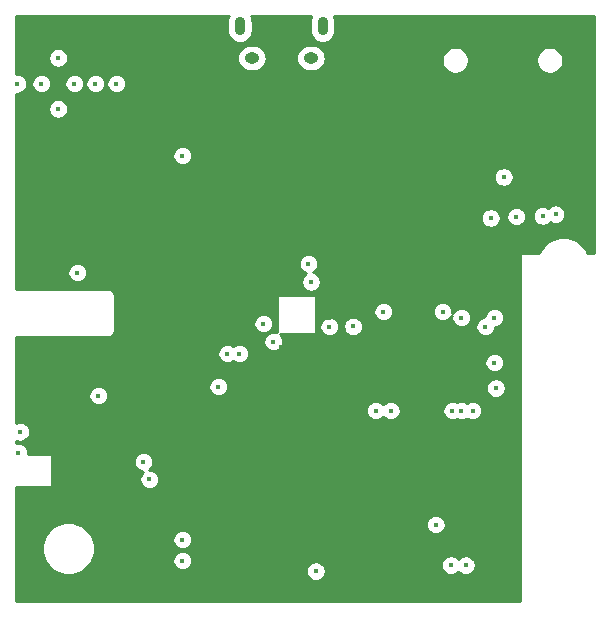
<source format=gbr>
%TF.GenerationSoftware,KiCad,Pcbnew,(5.1.10)-1*%
%TF.CreationDate,2021-12-18T14:31:07-08:00*%
%TF.ProjectId,ESP32_Playboard,45535033-325f-4506-9c61-79626f617264,rev?*%
%TF.SameCoordinates,Original*%
%TF.FileFunction,Copper,L2,Inr*%
%TF.FilePolarity,Positive*%
%FSLAX46Y46*%
G04 Gerber Fmt 4.6, Leading zero omitted, Abs format (unit mm)*
G04 Created by KiCad (PCBNEW (5.1.10)-1) date 2021-12-18 14:31:07*
%MOMM*%
%LPD*%
G01*
G04 APERTURE LIST*
%TA.AperFunction,ComponentPad*%
%ADD10O,0.890000X1.550000*%
%TD*%
%TA.AperFunction,ComponentPad*%
%ADD11O,1.250000X0.950000*%
%TD*%
%TA.AperFunction,ViaPad*%
%ADD12C,0.400000*%
%TD*%
%TA.AperFunction,Conductor*%
%ADD13C,0.254000*%
%TD*%
%TA.AperFunction,Conductor*%
%ADD14C,0.100000*%
%TD*%
G04 APERTURE END LIST*
D10*
%TO.N,Net-(J1-Pad6)*%
%TO.C,J1*%
X110038000Y-61692000D03*
X117038000Y-61692000D03*
D11*
X111038000Y-64392000D03*
X116038000Y-64392000D03*
%TD*%
D12*
%TO.N,GND*%
X124714000Y-99060000D03*
X125476000Y-98298000D03*
X124714000Y-98298000D03*
X125476000Y-99060000D03*
X124206000Y-100330000D03*
X124206000Y-99568000D03*
X124206000Y-97790000D03*
X125984000Y-97790000D03*
X125984000Y-99568000D03*
X125984000Y-100330000D03*
X126746000Y-99568000D03*
X126746000Y-97790000D03*
X125984000Y-97028000D03*
X124206000Y-97028000D03*
X123444000Y-97790000D03*
X123444000Y-99568000D03*
X126746000Y-100330000D03*
X123444000Y-100330000D03*
X126746000Y-97028000D03*
X123444000Y-97028000D03*
X98552000Y-61722000D03*
X92202000Y-64262000D03*
X102348000Y-68848000D03*
X99581968Y-68847968D03*
X98806000Y-71120000D03*
X92964000Y-79756000D03*
X91694000Y-80518000D03*
X110490000Y-70104000D03*
X113792000Y-70866000D03*
X112238009Y-63470009D03*
X124516000Y-64968000D03*
X138120028Y-64968000D03*
X125622000Y-74568000D03*
X138813960Y-75567960D03*
X134568000Y-76760046D03*
X133109000Y-86373000D03*
X132973979Y-90301979D03*
X132973978Y-92333978D03*
X115194023Y-92323965D03*
X132973995Y-107827995D03*
X93980000Y-96774000D03*
X92350000Y-94594000D03*
X93620000Y-94594000D03*
X96266000Y-92964000D03*
X113537994Y-83312006D03*
X118618000Y-83312000D03*
X110998000Y-87630000D03*
X118618000Y-89408000D03*
X113557986Y-88880014D03*
X117601982Y-85344000D03*
X117602000Y-86360000D03*
X108076983Y-76073017D03*
X121158000Y-74422000D03*
X121495996Y-76370000D03*
X118110000Y-80518000D03*
X117685962Y-78569990D03*
X92456000Y-101092000D03*
X91280945Y-101092000D03*
%TO.N,/REG_3V3*%
X96012000Y-66548000D03*
X99568000Y-66548000D03*
X97790000Y-66548000D03*
X93218000Y-66548000D03*
X91199014Y-66561014D03*
X94639991Y-64364009D03*
X94639984Y-68682022D03*
X132368000Y-74456000D03*
X115836993Y-81800993D03*
X119621014Y-87109014D03*
X116058000Y-83332000D03*
X96266000Y-82550000D03*
X98044000Y-92964000D03*
X91426995Y-96025005D03*
X105156000Y-105156000D03*
X105156000Y-106934000D03*
X131572000Y-90170000D03*
X131572000Y-86360000D03*
X130809968Y-87122000D03*
X131704019Y-92323981D03*
X117602000Y-87122000D03*
X91281000Y-97790000D03*
%TO.N,/SPI3_D1*%
X136768008Y-77607992D03*
X129734034Y-94234000D03*
%TO.N,/SPI3_D0*%
X135668000Y-77756012D03*
X128016000Y-94234000D03*
%TO.N,/SPI3_CLK*%
X133430571Y-77804569D03*
X122814000Y-94233994D03*
%TO.N,/SPI3_CS0*%
X131268004Y-77928012D03*
X121543997Y-94234004D03*
%TO.N,/SPI3_D3*%
X128778000Y-86360000D03*
X128778000Y-94234000D03*
%TO.N,/SPI3_D2*%
X127200001Y-85852000D03*
X126624008Y-103886000D03*
%TO.N,/GPIO0*%
X108204000Y-92202000D03*
X116463991Y-107827991D03*
%TO.N,/ESP_RX*%
X108966000Y-89408000D03*
X127893983Y-107310017D03*
%TO.N,/ESP_TX*%
X109982000Y-89408000D03*
X129164020Y-107320020D03*
%TO.N,/I2C0_SCL*%
X101866000Y-98564000D03*
X112014000Y-86868000D03*
%TO.N,/I2C0_SDA*%
X102369034Y-100064000D03*
X112857997Y-88392000D03*
%TO.N,/RESET*%
X105156000Y-72644000D03*
X122173998Y-85852000D03*
%TD*%
D13*
%TO.N,GND*%
X109035384Y-60946702D02*
X108973627Y-61150283D01*
X108958000Y-61308949D01*
X108958000Y-62075050D01*
X108973627Y-62233716D01*
X109035383Y-62437297D01*
X109135668Y-62624919D01*
X109270630Y-62789370D01*
X109435081Y-62924332D01*
X109622702Y-63024617D01*
X109826283Y-63086373D01*
X110038000Y-63107225D01*
X110249716Y-63086373D01*
X110453297Y-63024617D01*
X110640919Y-62924332D01*
X110805370Y-62789370D01*
X110940332Y-62624919D01*
X111040617Y-62437298D01*
X111102373Y-62233717D01*
X111118000Y-62075051D01*
X111118000Y-61308950D01*
X111102373Y-61150284D01*
X111040617Y-60946702D01*
X110993205Y-60858000D01*
X116082796Y-60858000D01*
X116035384Y-60946702D01*
X115973627Y-61150283D01*
X115958000Y-61308949D01*
X115958000Y-62075050D01*
X115973627Y-62233716D01*
X116035383Y-62437297D01*
X116135668Y-62624919D01*
X116270630Y-62789370D01*
X116435081Y-62924332D01*
X116622702Y-63024617D01*
X116826283Y-63086373D01*
X117038000Y-63107225D01*
X117249716Y-63086373D01*
X117453297Y-63024617D01*
X117640919Y-62924332D01*
X117805370Y-62789370D01*
X117940332Y-62624919D01*
X118040617Y-62437298D01*
X118102373Y-62233717D01*
X118118000Y-62075051D01*
X118118000Y-61308950D01*
X118102373Y-61150284D01*
X118040617Y-60946702D01*
X117993205Y-60858000D01*
X140056000Y-60858000D01*
X140056000Y-80899000D01*
X139464910Y-80899000D01*
X139394631Y-80729331D01*
X139150038Y-80363271D01*
X138838729Y-80051962D01*
X138472669Y-79807369D01*
X138065925Y-79638890D01*
X137634128Y-79553000D01*
X137193872Y-79553000D01*
X136762075Y-79638890D01*
X136355331Y-79807369D01*
X135989271Y-80051962D01*
X135677962Y-80363271D01*
X135433369Y-80729331D01*
X135363090Y-80899000D01*
X133858000Y-80899000D01*
X133833224Y-80901440D01*
X133809399Y-80908667D01*
X133787443Y-80920403D01*
X133768197Y-80936197D01*
X133752403Y-80955443D01*
X133740667Y-80977399D01*
X133733440Y-81001224D01*
X133731000Y-81026000D01*
X133731000Y-110338000D01*
X91084000Y-110338000D01*
X91084000Y-105697872D01*
X93269000Y-105697872D01*
X93269000Y-106138128D01*
X93354890Y-106569925D01*
X93523369Y-106976669D01*
X93767962Y-107342729D01*
X94079271Y-107654038D01*
X94445331Y-107898631D01*
X94852075Y-108067110D01*
X95283872Y-108153000D01*
X95724128Y-108153000D01*
X96155925Y-108067110D01*
X96562669Y-107898631D01*
X96928729Y-107654038D01*
X97240038Y-107342729D01*
X97484631Y-106976669D01*
X97536370Y-106851760D01*
X104321000Y-106851760D01*
X104321000Y-107016240D01*
X104353089Y-107177560D01*
X104416033Y-107329521D01*
X104507413Y-107466281D01*
X104623719Y-107582587D01*
X104760479Y-107673967D01*
X104912440Y-107736911D01*
X105073760Y-107769000D01*
X105238240Y-107769000D01*
X105355118Y-107745751D01*
X115628991Y-107745751D01*
X115628991Y-107910231D01*
X115661080Y-108071551D01*
X115724024Y-108223512D01*
X115815404Y-108360272D01*
X115931710Y-108476578D01*
X116068470Y-108567958D01*
X116220431Y-108630902D01*
X116381751Y-108662991D01*
X116546231Y-108662991D01*
X116707551Y-108630902D01*
X116859512Y-108567958D01*
X116996272Y-108476578D01*
X117112578Y-108360272D01*
X117203958Y-108223512D01*
X117266902Y-108071551D01*
X117298991Y-107910231D01*
X117298991Y-107745751D01*
X117266902Y-107584431D01*
X117203958Y-107432470D01*
X117112578Y-107295710D01*
X117044645Y-107227777D01*
X127058983Y-107227777D01*
X127058983Y-107392257D01*
X127091072Y-107553577D01*
X127154016Y-107705538D01*
X127245396Y-107842298D01*
X127361702Y-107958604D01*
X127498462Y-108049984D01*
X127650423Y-108112928D01*
X127811743Y-108145017D01*
X127976223Y-108145017D01*
X128137543Y-108112928D01*
X128289504Y-108049984D01*
X128426264Y-107958604D01*
X128524000Y-107860868D01*
X128631739Y-107968607D01*
X128768499Y-108059987D01*
X128920460Y-108122931D01*
X129081780Y-108155020D01*
X129246260Y-108155020D01*
X129407580Y-108122931D01*
X129559541Y-108059987D01*
X129696301Y-107968607D01*
X129812607Y-107852301D01*
X129903987Y-107715541D01*
X129966931Y-107563580D01*
X129999020Y-107402260D01*
X129999020Y-107237780D01*
X129966931Y-107076460D01*
X129903987Y-106924499D01*
X129812607Y-106787739D01*
X129696301Y-106671433D01*
X129559541Y-106580053D01*
X129407580Y-106517109D01*
X129246260Y-106485020D01*
X129081780Y-106485020D01*
X128920460Y-106517109D01*
X128768499Y-106580053D01*
X128631739Y-106671433D01*
X128534003Y-106769169D01*
X128426264Y-106661430D01*
X128289504Y-106570050D01*
X128137543Y-106507106D01*
X127976223Y-106475017D01*
X127811743Y-106475017D01*
X127650423Y-106507106D01*
X127498462Y-106570050D01*
X127361702Y-106661430D01*
X127245396Y-106777736D01*
X127154016Y-106914496D01*
X127091072Y-107066457D01*
X127058983Y-107227777D01*
X117044645Y-107227777D01*
X116996272Y-107179404D01*
X116859512Y-107088024D01*
X116707551Y-107025080D01*
X116546231Y-106992991D01*
X116381751Y-106992991D01*
X116220431Y-107025080D01*
X116068470Y-107088024D01*
X115931710Y-107179404D01*
X115815404Y-107295710D01*
X115724024Y-107432470D01*
X115661080Y-107584431D01*
X115628991Y-107745751D01*
X105355118Y-107745751D01*
X105399560Y-107736911D01*
X105551521Y-107673967D01*
X105688281Y-107582587D01*
X105804587Y-107466281D01*
X105895967Y-107329521D01*
X105958911Y-107177560D01*
X105991000Y-107016240D01*
X105991000Y-106851760D01*
X105958911Y-106690440D01*
X105895967Y-106538479D01*
X105804587Y-106401719D01*
X105688281Y-106285413D01*
X105551521Y-106194033D01*
X105399560Y-106131089D01*
X105238240Y-106099000D01*
X105073760Y-106099000D01*
X104912440Y-106131089D01*
X104760479Y-106194033D01*
X104623719Y-106285413D01*
X104507413Y-106401719D01*
X104416033Y-106538479D01*
X104353089Y-106690440D01*
X104321000Y-106851760D01*
X97536370Y-106851760D01*
X97653110Y-106569925D01*
X97739000Y-106138128D01*
X97739000Y-105697872D01*
X97653110Y-105266075D01*
X97573451Y-105073760D01*
X104321000Y-105073760D01*
X104321000Y-105238240D01*
X104353089Y-105399560D01*
X104416033Y-105551521D01*
X104507413Y-105688281D01*
X104623719Y-105804587D01*
X104760479Y-105895967D01*
X104912440Y-105958911D01*
X105073760Y-105991000D01*
X105238240Y-105991000D01*
X105399560Y-105958911D01*
X105551521Y-105895967D01*
X105688281Y-105804587D01*
X105804587Y-105688281D01*
X105895967Y-105551521D01*
X105958911Y-105399560D01*
X105991000Y-105238240D01*
X105991000Y-105073760D01*
X105958911Y-104912440D01*
X105895967Y-104760479D01*
X105804587Y-104623719D01*
X105688281Y-104507413D01*
X105551521Y-104416033D01*
X105399560Y-104353089D01*
X105238240Y-104321000D01*
X105073760Y-104321000D01*
X104912440Y-104353089D01*
X104760479Y-104416033D01*
X104623719Y-104507413D01*
X104507413Y-104623719D01*
X104416033Y-104760479D01*
X104353089Y-104912440D01*
X104321000Y-105073760D01*
X97573451Y-105073760D01*
X97484631Y-104859331D01*
X97240038Y-104493271D01*
X96928729Y-104181962D01*
X96562669Y-103937369D01*
X96240109Y-103803760D01*
X125789008Y-103803760D01*
X125789008Y-103968240D01*
X125821097Y-104129560D01*
X125884041Y-104281521D01*
X125975421Y-104418281D01*
X126091727Y-104534587D01*
X126228487Y-104625967D01*
X126380448Y-104688911D01*
X126541768Y-104721000D01*
X126706248Y-104721000D01*
X126867568Y-104688911D01*
X127019529Y-104625967D01*
X127156289Y-104534587D01*
X127272595Y-104418281D01*
X127363975Y-104281521D01*
X127426919Y-104129560D01*
X127459008Y-103968240D01*
X127459008Y-103803760D01*
X127426919Y-103642440D01*
X127363975Y-103490479D01*
X127272595Y-103353719D01*
X127156289Y-103237413D01*
X127019529Y-103146033D01*
X126867568Y-103083089D01*
X126706248Y-103051000D01*
X126541768Y-103051000D01*
X126380448Y-103083089D01*
X126228487Y-103146033D01*
X126091727Y-103237413D01*
X125975421Y-103353719D01*
X125884041Y-103490479D01*
X125821097Y-103642440D01*
X125789008Y-103803760D01*
X96240109Y-103803760D01*
X96155925Y-103768890D01*
X95724128Y-103683000D01*
X95283872Y-103683000D01*
X94852075Y-103768890D01*
X94445331Y-103937369D01*
X94079271Y-104181962D01*
X93767962Y-104493271D01*
X93523369Y-104859331D01*
X93354890Y-105266075D01*
X93269000Y-105697872D01*
X91084000Y-105697872D01*
X91084000Y-100711000D01*
X93980000Y-100711000D01*
X94004776Y-100708560D01*
X94028601Y-100701333D01*
X94050557Y-100689597D01*
X94069803Y-100673803D01*
X94085597Y-100654557D01*
X94097333Y-100632601D01*
X94104560Y-100608776D01*
X94107000Y-100584000D01*
X94107000Y-98481760D01*
X101031000Y-98481760D01*
X101031000Y-98646240D01*
X101063089Y-98807560D01*
X101126033Y-98959521D01*
X101217413Y-99096281D01*
X101333719Y-99212587D01*
X101470479Y-99303967D01*
X101622440Y-99366911D01*
X101783760Y-99399000D01*
X101861317Y-99399000D01*
X101836753Y-99415413D01*
X101720447Y-99531719D01*
X101629067Y-99668479D01*
X101566123Y-99820440D01*
X101534034Y-99981760D01*
X101534034Y-100146240D01*
X101566123Y-100307560D01*
X101629067Y-100459521D01*
X101720447Y-100596281D01*
X101836753Y-100712587D01*
X101973513Y-100803967D01*
X102125474Y-100866911D01*
X102286794Y-100899000D01*
X102451274Y-100899000D01*
X102612594Y-100866911D01*
X102764555Y-100803967D01*
X102901315Y-100712587D01*
X103017621Y-100596281D01*
X103109001Y-100459521D01*
X103171945Y-100307560D01*
X103204034Y-100146240D01*
X103204034Y-99981760D01*
X103171945Y-99820440D01*
X103109001Y-99668479D01*
X103017621Y-99531719D01*
X102901315Y-99415413D01*
X102764555Y-99324033D01*
X102612594Y-99261089D01*
X102451274Y-99229000D01*
X102373717Y-99229000D01*
X102398281Y-99212587D01*
X102514587Y-99096281D01*
X102605967Y-98959521D01*
X102668911Y-98807560D01*
X102701000Y-98646240D01*
X102701000Y-98481760D01*
X102668911Y-98320440D01*
X102605967Y-98168479D01*
X102514587Y-98031719D01*
X102398281Y-97915413D01*
X102261521Y-97824033D01*
X102109560Y-97761089D01*
X101948240Y-97729000D01*
X101783760Y-97729000D01*
X101622440Y-97761089D01*
X101470479Y-97824033D01*
X101333719Y-97915413D01*
X101217413Y-98031719D01*
X101126033Y-98168479D01*
X101063089Y-98320440D01*
X101031000Y-98481760D01*
X94107000Y-98481760D01*
X94107000Y-98044000D01*
X94104560Y-98019224D01*
X94097333Y-97995399D01*
X94085597Y-97973443D01*
X94069803Y-97954197D01*
X94050557Y-97938403D01*
X94028601Y-97926667D01*
X94004776Y-97919440D01*
X93980000Y-97917000D01*
X92107097Y-97917000D01*
X92116000Y-97872240D01*
X92116000Y-97707760D01*
X92083911Y-97546440D01*
X92020967Y-97394479D01*
X91929587Y-97257719D01*
X91813281Y-97141413D01*
X91676521Y-97050033D01*
X91524560Y-96987089D01*
X91363240Y-96955000D01*
X91198760Y-96955000D01*
X91084000Y-96977828D01*
X91084000Y-96786729D01*
X91183435Y-96827916D01*
X91344755Y-96860005D01*
X91509235Y-96860005D01*
X91670555Y-96827916D01*
X91822516Y-96764972D01*
X91959276Y-96673592D01*
X92075582Y-96557286D01*
X92166962Y-96420526D01*
X92229906Y-96268565D01*
X92261995Y-96107245D01*
X92261995Y-95942765D01*
X92229906Y-95781445D01*
X92166962Y-95629484D01*
X92075582Y-95492724D01*
X91959276Y-95376418D01*
X91822516Y-95285038D01*
X91670555Y-95222094D01*
X91509235Y-95190005D01*
X91344755Y-95190005D01*
X91183435Y-95222094D01*
X91084000Y-95263281D01*
X91084000Y-94151764D01*
X120708997Y-94151764D01*
X120708997Y-94316244D01*
X120741086Y-94477564D01*
X120804030Y-94629525D01*
X120895410Y-94766285D01*
X121011716Y-94882591D01*
X121148476Y-94973971D01*
X121300437Y-95036915D01*
X121461757Y-95069004D01*
X121626237Y-95069004D01*
X121787557Y-95036915D01*
X121939518Y-94973971D01*
X122076278Y-94882591D01*
X122179004Y-94779866D01*
X122281719Y-94882581D01*
X122418479Y-94973961D01*
X122570440Y-95036905D01*
X122731760Y-95068994D01*
X122896240Y-95068994D01*
X123057560Y-95036905D01*
X123209521Y-94973961D01*
X123346281Y-94882581D01*
X123462587Y-94766275D01*
X123553967Y-94629515D01*
X123616911Y-94477554D01*
X123649000Y-94316234D01*
X123649000Y-94151760D01*
X127181000Y-94151760D01*
X127181000Y-94316240D01*
X127213089Y-94477560D01*
X127276033Y-94629521D01*
X127367413Y-94766281D01*
X127483719Y-94882587D01*
X127620479Y-94973967D01*
X127772440Y-95036911D01*
X127933760Y-95069000D01*
X128098240Y-95069000D01*
X128259560Y-95036911D01*
X128397000Y-94979982D01*
X128534440Y-95036911D01*
X128695760Y-95069000D01*
X128860240Y-95069000D01*
X129021560Y-95036911D01*
X129173521Y-94973967D01*
X129256017Y-94918845D01*
X129338513Y-94973967D01*
X129490474Y-95036911D01*
X129651794Y-95069000D01*
X129816274Y-95069000D01*
X129977594Y-95036911D01*
X130129555Y-94973967D01*
X130266315Y-94882587D01*
X130382621Y-94766281D01*
X130474001Y-94629521D01*
X130536945Y-94477560D01*
X130569034Y-94316240D01*
X130569034Y-94151760D01*
X130536945Y-93990440D01*
X130474001Y-93838479D01*
X130382621Y-93701719D01*
X130266315Y-93585413D01*
X130129555Y-93494033D01*
X129977594Y-93431089D01*
X129816274Y-93399000D01*
X129651794Y-93399000D01*
X129490474Y-93431089D01*
X129338513Y-93494033D01*
X129256017Y-93549155D01*
X129173521Y-93494033D01*
X129021560Y-93431089D01*
X128860240Y-93399000D01*
X128695760Y-93399000D01*
X128534440Y-93431089D01*
X128397000Y-93488018D01*
X128259560Y-93431089D01*
X128098240Y-93399000D01*
X127933760Y-93399000D01*
X127772440Y-93431089D01*
X127620479Y-93494033D01*
X127483719Y-93585413D01*
X127367413Y-93701719D01*
X127276033Y-93838479D01*
X127213089Y-93990440D01*
X127181000Y-94151760D01*
X123649000Y-94151760D01*
X123649000Y-94151754D01*
X123616911Y-93990434D01*
X123553967Y-93838473D01*
X123462587Y-93701713D01*
X123346281Y-93585407D01*
X123209521Y-93494027D01*
X123057560Y-93431083D01*
X122896240Y-93398994D01*
X122731760Y-93398994D01*
X122570440Y-93431083D01*
X122418479Y-93494027D01*
X122281719Y-93585407D01*
X122178994Y-93688133D01*
X122076278Y-93585417D01*
X121939518Y-93494037D01*
X121787557Y-93431093D01*
X121626237Y-93399004D01*
X121461757Y-93399004D01*
X121300437Y-93431093D01*
X121148476Y-93494037D01*
X121011716Y-93585417D01*
X120895410Y-93701723D01*
X120804030Y-93838483D01*
X120741086Y-93990444D01*
X120708997Y-94151764D01*
X91084000Y-94151764D01*
X91084000Y-92881760D01*
X97209000Y-92881760D01*
X97209000Y-93046240D01*
X97241089Y-93207560D01*
X97304033Y-93359521D01*
X97395413Y-93496281D01*
X97511719Y-93612587D01*
X97648479Y-93703967D01*
X97800440Y-93766911D01*
X97961760Y-93799000D01*
X98126240Y-93799000D01*
X98287560Y-93766911D01*
X98439521Y-93703967D01*
X98576281Y-93612587D01*
X98692587Y-93496281D01*
X98783967Y-93359521D01*
X98846911Y-93207560D01*
X98879000Y-93046240D01*
X98879000Y-92881760D01*
X98846911Y-92720440D01*
X98783967Y-92568479D01*
X98692587Y-92431719D01*
X98576281Y-92315413D01*
X98439521Y-92224033D01*
X98287560Y-92161089D01*
X98126240Y-92129000D01*
X97961760Y-92129000D01*
X97800440Y-92161089D01*
X97648479Y-92224033D01*
X97511719Y-92315413D01*
X97395413Y-92431719D01*
X97304033Y-92568479D01*
X97241089Y-92720440D01*
X97209000Y-92881760D01*
X91084000Y-92881760D01*
X91084000Y-92119760D01*
X107369000Y-92119760D01*
X107369000Y-92284240D01*
X107401089Y-92445560D01*
X107464033Y-92597521D01*
X107555413Y-92734281D01*
X107671719Y-92850587D01*
X107808479Y-92941967D01*
X107960440Y-93004911D01*
X108121760Y-93037000D01*
X108286240Y-93037000D01*
X108447560Y-93004911D01*
X108599521Y-92941967D01*
X108736281Y-92850587D01*
X108852587Y-92734281D01*
X108943967Y-92597521D01*
X109006911Y-92445560D01*
X109039000Y-92284240D01*
X109039000Y-92241741D01*
X130869019Y-92241741D01*
X130869019Y-92406221D01*
X130901108Y-92567541D01*
X130964052Y-92719502D01*
X131055432Y-92856262D01*
X131171738Y-92972568D01*
X131308498Y-93063948D01*
X131460459Y-93126892D01*
X131621779Y-93158981D01*
X131786259Y-93158981D01*
X131947579Y-93126892D01*
X132099540Y-93063948D01*
X132236300Y-92972568D01*
X132352606Y-92856262D01*
X132443986Y-92719502D01*
X132506930Y-92567541D01*
X132539019Y-92406221D01*
X132539019Y-92241741D01*
X132506930Y-92080421D01*
X132443986Y-91928460D01*
X132352606Y-91791700D01*
X132236300Y-91675394D01*
X132099540Y-91584014D01*
X131947579Y-91521070D01*
X131786259Y-91488981D01*
X131621779Y-91488981D01*
X131460459Y-91521070D01*
X131308498Y-91584014D01*
X131171738Y-91675394D01*
X131055432Y-91791700D01*
X130964052Y-91928460D01*
X130901108Y-92080421D01*
X130869019Y-92241741D01*
X109039000Y-92241741D01*
X109039000Y-92119760D01*
X109006911Y-91958440D01*
X108943967Y-91806479D01*
X108852587Y-91669719D01*
X108736281Y-91553413D01*
X108599521Y-91462033D01*
X108447560Y-91399089D01*
X108286240Y-91367000D01*
X108121760Y-91367000D01*
X107960440Y-91399089D01*
X107808479Y-91462033D01*
X107671719Y-91553413D01*
X107555413Y-91669719D01*
X107464033Y-91806479D01*
X107401089Y-91958440D01*
X107369000Y-92119760D01*
X91084000Y-92119760D01*
X91084000Y-89325760D01*
X108131000Y-89325760D01*
X108131000Y-89490240D01*
X108163089Y-89651560D01*
X108226033Y-89803521D01*
X108317413Y-89940281D01*
X108433719Y-90056587D01*
X108570479Y-90147967D01*
X108722440Y-90210911D01*
X108883760Y-90243000D01*
X109048240Y-90243000D01*
X109209560Y-90210911D01*
X109361521Y-90147967D01*
X109474000Y-90072811D01*
X109586479Y-90147967D01*
X109738440Y-90210911D01*
X109899760Y-90243000D01*
X110064240Y-90243000D01*
X110225560Y-90210911D01*
X110377521Y-90147967D01*
X110467627Y-90087760D01*
X130737000Y-90087760D01*
X130737000Y-90252240D01*
X130769089Y-90413560D01*
X130832033Y-90565521D01*
X130923413Y-90702281D01*
X131039719Y-90818587D01*
X131176479Y-90909967D01*
X131328440Y-90972911D01*
X131489760Y-91005000D01*
X131654240Y-91005000D01*
X131815560Y-90972911D01*
X131967521Y-90909967D01*
X132104281Y-90818587D01*
X132220587Y-90702281D01*
X132311967Y-90565521D01*
X132374911Y-90413560D01*
X132407000Y-90252240D01*
X132407000Y-90087760D01*
X132374911Y-89926440D01*
X132311967Y-89774479D01*
X132220587Y-89637719D01*
X132104281Y-89521413D01*
X131967521Y-89430033D01*
X131815560Y-89367089D01*
X131654240Y-89335000D01*
X131489760Y-89335000D01*
X131328440Y-89367089D01*
X131176479Y-89430033D01*
X131039719Y-89521413D01*
X130923413Y-89637719D01*
X130832033Y-89774479D01*
X130769089Y-89926440D01*
X130737000Y-90087760D01*
X110467627Y-90087760D01*
X110514281Y-90056587D01*
X110630587Y-89940281D01*
X110721967Y-89803521D01*
X110784911Y-89651560D01*
X110817000Y-89490240D01*
X110817000Y-89325760D01*
X110784911Y-89164440D01*
X110721967Y-89012479D01*
X110630587Y-88875719D01*
X110514281Y-88759413D01*
X110377521Y-88668033D01*
X110225560Y-88605089D01*
X110064240Y-88573000D01*
X109899760Y-88573000D01*
X109738440Y-88605089D01*
X109586479Y-88668033D01*
X109474000Y-88743189D01*
X109361521Y-88668033D01*
X109209560Y-88605089D01*
X109048240Y-88573000D01*
X108883760Y-88573000D01*
X108722440Y-88605089D01*
X108570479Y-88668033D01*
X108433719Y-88759413D01*
X108317413Y-88875719D01*
X108226033Y-89012479D01*
X108163089Y-89164440D01*
X108131000Y-89325760D01*
X91084000Y-89325760D01*
X91084000Y-88309760D01*
X112022997Y-88309760D01*
X112022997Y-88474240D01*
X112055086Y-88635560D01*
X112118030Y-88787521D01*
X112209410Y-88924281D01*
X112325716Y-89040587D01*
X112462476Y-89131967D01*
X112614437Y-89194911D01*
X112775757Y-89227000D01*
X112940237Y-89227000D01*
X113101557Y-89194911D01*
X113253518Y-89131967D01*
X113390278Y-89040587D01*
X113506584Y-88924281D01*
X113597964Y-88787521D01*
X113660908Y-88635560D01*
X113692997Y-88474240D01*
X113692997Y-88309760D01*
X113660908Y-88148440D01*
X113597964Y-87996479D01*
X113506584Y-87859719D01*
X113403865Y-87757000D01*
X116332000Y-87757000D01*
X116356776Y-87754560D01*
X116380601Y-87747333D01*
X116402557Y-87735597D01*
X116421803Y-87719803D01*
X116437597Y-87700557D01*
X116449333Y-87678601D01*
X116456560Y-87654776D01*
X116459000Y-87630000D01*
X116459000Y-87039760D01*
X116767000Y-87039760D01*
X116767000Y-87204240D01*
X116799089Y-87365560D01*
X116862033Y-87517521D01*
X116953413Y-87654281D01*
X117069719Y-87770587D01*
X117206479Y-87861967D01*
X117358440Y-87924911D01*
X117519760Y-87957000D01*
X117684240Y-87957000D01*
X117845560Y-87924911D01*
X117997521Y-87861967D01*
X118134281Y-87770587D01*
X118250587Y-87654281D01*
X118341967Y-87517521D01*
X118404911Y-87365560D01*
X118437000Y-87204240D01*
X118437000Y-87039760D01*
X118434417Y-87026774D01*
X118786014Y-87026774D01*
X118786014Y-87191254D01*
X118818103Y-87352574D01*
X118881047Y-87504535D01*
X118972427Y-87641295D01*
X119088733Y-87757601D01*
X119225493Y-87848981D01*
X119377454Y-87911925D01*
X119538774Y-87944014D01*
X119703254Y-87944014D01*
X119864574Y-87911925D01*
X120016535Y-87848981D01*
X120153295Y-87757601D01*
X120269601Y-87641295D01*
X120360981Y-87504535D01*
X120423925Y-87352574D01*
X120456014Y-87191254D01*
X120456014Y-87026774D01*
X120423925Y-86865454D01*
X120360981Y-86713493D01*
X120269601Y-86576733D01*
X120153295Y-86460427D01*
X120016535Y-86369047D01*
X119864574Y-86306103D01*
X119703254Y-86274014D01*
X119538774Y-86274014D01*
X119377454Y-86306103D01*
X119225493Y-86369047D01*
X119088733Y-86460427D01*
X118972427Y-86576733D01*
X118881047Y-86713493D01*
X118818103Y-86865454D01*
X118786014Y-87026774D01*
X118434417Y-87026774D01*
X118404911Y-86878440D01*
X118341967Y-86726479D01*
X118250587Y-86589719D01*
X118134281Y-86473413D01*
X117997521Y-86382033D01*
X117845560Y-86319089D01*
X117684240Y-86287000D01*
X117519760Y-86287000D01*
X117358440Y-86319089D01*
X117206479Y-86382033D01*
X117069719Y-86473413D01*
X116953413Y-86589719D01*
X116862033Y-86726479D01*
X116799089Y-86878440D01*
X116767000Y-87039760D01*
X116459000Y-87039760D01*
X116459000Y-85769760D01*
X121338998Y-85769760D01*
X121338998Y-85934240D01*
X121371087Y-86095560D01*
X121434031Y-86247521D01*
X121525411Y-86384281D01*
X121641717Y-86500587D01*
X121778477Y-86591967D01*
X121930438Y-86654911D01*
X122091758Y-86687000D01*
X122256238Y-86687000D01*
X122417558Y-86654911D01*
X122569519Y-86591967D01*
X122706279Y-86500587D01*
X122822585Y-86384281D01*
X122913965Y-86247521D01*
X122976909Y-86095560D01*
X123008998Y-85934240D01*
X123008998Y-85769760D01*
X126365001Y-85769760D01*
X126365001Y-85934240D01*
X126397090Y-86095560D01*
X126460034Y-86247521D01*
X126551414Y-86384281D01*
X126667720Y-86500587D01*
X126804480Y-86591967D01*
X126956441Y-86654911D01*
X127117761Y-86687000D01*
X127282241Y-86687000D01*
X127443561Y-86654911D01*
X127595522Y-86591967D01*
X127732282Y-86500587D01*
X127848588Y-86384281D01*
X127939968Y-86247521D01*
X127957374Y-86205500D01*
X127943000Y-86277760D01*
X127943000Y-86442240D01*
X127975089Y-86603560D01*
X128038033Y-86755521D01*
X128129413Y-86892281D01*
X128245719Y-87008587D01*
X128382479Y-87099967D01*
X128534440Y-87162911D01*
X128695760Y-87195000D01*
X128860240Y-87195000D01*
X129021560Y-87162911D01*
X129173521Y-87099967D01*
X129263627Y-87039760D01*
X129974968Y-87039760D01*
X129974968Y-87204240D01*
X130007057Y-87365560D01*
X130070001Y-87517521D01*
X130161381Y-87654281D01*
X130277687Y-87770587D01*
X130414447Y-87861967D01*
X130566408Y-87924911D01*
X130727728Y-87957000D01*
X130892208Y-87957000D01*
X131053528Y-87924911D01*
X131205489Y-87861967D01*
X131342249Y-87770587D01*
X131458555Y-87654281D01*
X131549935Y-87517521D01*
X131612879Y-87365560D01*
X131644968Y-87204240D01*
X131644968Y-87195000D01*
X131654240Y-87195000D01*
X131815560Y-87162911D01*
X131967521Y-87099967D01*
X132104281Y-87008587D01*
X132220587Y-86892281D01*
X132311967Y-86755521D01*
X132374911Y-86603560D01*
X132407000Y-86442240D01*
X132407000Y-86277760D01*
X132374911Y-86116440D01*
X132311967Y-85964479D01*
X132220587Y-85827719D01*
X132104281Y-85711413D01*
X131967521Y-85620033D01*
X131815560Y-85557089D01*
X131654240Y-85525000D01*
X131489760Y-85525000D01*
X131328440Y-85557089D01*
X131176479Y-85620033D01*
X131039719Y-85711413D01*
X130923413Y-85827719D01*
X130832033Y-85964479D01*
X130769089Y-86116440D01*
X130737000Y-86277760D01*
X130737000Y-86287000D01*
X130727728Y-86287000D01*
X130566408Y-86319089D01*
X130414447Y-86382033D01*
X130277687Y-86473413D01*
X130161381Y-86589719D01*
X130070001Y-86726479D01*
X130007057Y-86878440D01*
X129974968Y-87039760D01*
X129263627Y-87039760D01*
X129310281Y-87008587D01*
X129426587Y-86892281D01*
X129517967Y-86755521D01*
X129580911Y-86603560D01*
X129613000Y-86442240D01*
X129613000Y-86277760D01*
X129580911Y-86116440D01*
X129517967Y-85964479D01*
X129426587Y-85827719D01*
X129310281Y-85711413D01*
X129173521Y-85620033D01*
X129021560Y-85557089D01*
X128860240Y-85525000D01*
X128695760Y-85525000D01*
X128534440Y-85557089D01*
X128382479Y-85620033D01*
X128245719Y-85711413D01*
X128129413Y-85827719D01*
X128038033Y-85964479D01*
X128020627Y-86006500D01*
X128035001Y-85934240D01*
X128035001Y-85769760D01*
X128002912Y-85608440D01*
X127939968Y-85456479D01*
X127848588Y-85319719D01*
X127732282Y-85203413D01*
X127595522Y-85112033D01*
X127443561Y-85049089D01*
X127282241Y-85017000D01*
X127117761Y-85017000D01*
X126956441Y-85049089D01*
X126804480Y-85112033D01*
X126667720Y-85203413D01*
X126551414Y-85319719D01*
X126460034Y-85456479D01*
X126397090Y-85608440D01*
X126365001Y-85769760D01*
X123008998Y-85769760D01*
X122976909Y-85608440D01*
X122913965Y-85456479D01*
X122822585Y-85319719D01*
X122706279Y-85203413D01*
X122569519Y-85112033D01*
X122417558Y-85049089D01*
X122256238Y-85017000D01*
X122091758Y-85017000D01*
X121930438Y-85049089D01*
X121778477Y-85112033D01*
X121641717Y-85203413D01*
X121525411Y-85319719D01*
X121434031Y-85456479D01*
X121371087Y-85608440D01*
X121338998Y-85769760D01*
X116459000Y-85769760D01*
X116459000Y-84582000D01*
X116456560Y-84557224D01*
X116449333Y-84533399D01*
X116437597Y-84511443D01*
X116421803Y-84492197D01*
X116402557Y-84476403D01*
X116380601Y-84464667D01*
X116356776Y-84457440D01*
X116332000Y-84455000D01*
X113284000Y-84455000D01*
X113259224Y-84457440D01*
X113235399Y-84464667D01*
X113213443Y-84476403D01*
X113194197Y-84492197D01*
X113178403Y-84511443D01*
X113166667Y-84533399D01*
X113159440Y-84557224D01*
X113157000Y-84582000D01*
X113157000Y-87612054D01*
X113101557Y-87589089D01*
X112940237Y-87557000D01*
X112775757Y-87557000D01*
X112614437Y-87589089D01*
X112462476Y-87652033D01*
X112325716Y-87743413D01*
X112209410Y-87859719D01*
X112118030Y-87996479D01*
X112055086Y-88148440D01*
X112022997Y-88309760D01*
X91084000Y-88309760D01*
X91084000Y-88036000D01*
X98773581Y-88036000D01*
X98806000Y-88039193D01*
X98838419Y-88036000D01*
X98935383Y-88026450D01*
X99059793Y-87988710D01*
X99174450Y-87927425D01*
X99274948Y-87844948D01*
X99357425Y-87744450D01*
X99418710Y-87629793D01*
X99456450Y-87505383D01*
X99469193Y-87376000D01*
X99466000Y-87343581D01*
X99466000Y-86785760D01*
X111179000Y-86785760D01*
X111179000Y-86950240D01*
X111211089Y-87111560D01*
X111274033Y-87263521D01*
X111365413Y-87400281D01*
X111481719Y-87516587D01*
X111618479Y-87607967D01*
X111770440Y-87670911D01*
X111931760Y-87703000D01*
X112096240Y-87703000D01*
X112257560Y-87670911D01*
X112409521Y-87607967D01*
X112546281Y-87516587D01*
X112662587Y-87400281D01*
X112753967Y-87263521D01*
X112816911Y-87111560D01*
X112849000Y-86950240D01*
X112849000Y-86785760D01*
X112816911Y-86624440D01*
X112753967Y-86472479D01*
X112662587Y-86335719D01*
X112546281Y-86219413D01*
X112409521Y-86128033D01*
X112257560Y-86065089D01*
X112096240Y-86033000D01*
X111931760Y-86033000D01*
X111770440Y-86065089D01*
X111618479Y-86128033D01*
X111481719Y-86219413D01*
X111365413Y-86335719D01*
X111274033Y-86472479D01*
X111211089Y-86624440D01*
X111179000Y-86785760D01*
X99466000Y-86785760D01*
X99466000Y-84614418D01*
X99469193Y-84582000D01*
X99456450Y-84452617D01*
X99418710Y-84328207D01*
X99357425Y-84213550D01*
X99274948Y-84113052D01*
X99174450Y-84030575D01*
X99059793Y-83969290D01*
X98935383Y-83931550D01*
X98838419Y-83922000D01*
X98806000Y-83918807D01*
X98773581Y-83922000D01*
X91084000Y-83922000D01*
X91084000Y-82467760D01*
X95431000Y-82467760D01*
X95431000Y-82632240D01*
X95463089Y-82793560D01*
X95526033Y-82945521D01*
X95617413Y-83082281D01*
X95733719Y-83198587D01*
X95870479Y-83289967D01*
X96022440Y-83352911D01*
X96183760Y-83385000D01*
X96348240Y-83385000D01*
X96509560Y-83352911D01*
X96661521Y-83289967D01*
X96798281Y-83198587D01*
X96914587Y-83082281D01*
X97005967Y-82945521D01*
X97068911Y-82793560D01*
X97101000Y-82632240D01*
X97101000Y-82467760D01*
X97068911Y-82306440D01*
X97005967Y-82154479D01*
X96914587Y-82017719D01*
X96798281Y-81901413D01*
X96661521Y-81810033D01*
X96509560Y-81747089D01*
X96367108Y-81718753D01*
X115001993Y-81718753D01*
X115001993Y-81883233D01*
X115034082Y-82044553D01*
X115097026Y-82196514D01*
X115188406Y-82333274D01*
X115304712Y-82449580D01*
X115441472Y-82540960D01*
X115593433Y-82603904D01*
X115632949Y-82611764D01*
X115525719Y-82683413D01*
X115409413Y-82799719D01*
X115318033Y-82936479D01*
X115255089Y-83088440D01*
X115223000Y-83249760D01*
X115223000Y-83414240D01*
X115255089Y-83575560D01*
X115318033Y-83727521D01*
X115409413Y-83864281D01*
X115525719Y-83980587D01*
X115662479Y-84071967D01*
X115814440Y-84134911D01*
X115975760Y-84167000D01*
X116140240Y-84167000D01*
X116301560Y-84134911D01*
X116453521Y-84071967D01*
X116590281Y-83980587D01*
X116706587Y-83864281D01*
X116797967Y-83727521D01*
X116860911Y-83575560D01*
X116893000Y-83414240D01*
X116893000Y-83249760D01*
X116860911Y-83088440D01*
X116797967Y-82936479D01*
X116706587Y-82799719D01*
X116590281Y-82683413D01*
X116453521Y-82592033D01*
X116301560Y-82529089D01*
X116262044Y-82521229D01*
X116369274Y-82449580D01*
X116485580Y-82333274D01*
X116576960Y-82196514D01*
X116639904Y-82044553D01*
X116671993Y-81883233D01*
X116671993Y-81718753D01*
X116639904Y-81557433D01*
X116576960Y-81405472D01*
X116485580Y-81268712D01*
X116369274Y-81152406D01*
X116232514Y-81061026D01*
X116080553Y-80998082D01*
X115919233Y-80965993D01*
X115754753Y-80965993D01*
X115593433Y-80998082D01*
X115441472Y-81061026D01*
X115304712Y-81152406D01*
X115188406Y-81268712D01*
X115097026Y-81405472D01*
X115034082Y-81557433D01*
X115001993Y-81718753D01*
X96367108Y-81718753D01*
X96348240Y-81715000D01*
X96183760Y-81715000D01*
X96022440Y-81747089D01*
X95870479Y-81810033D01*
X95733719Y-81901413D01*
X95617413Y-82017719D01*
X95526033Y-82154479D01*
X95463089Y-82306440D01*
X95431000Y-82467760D01*
X91084000Y-82467760D01*
X91084000Y-77845772D01*
X130433004Y-77845772D01*
X130433004Y-78010252D01*
X130465093Y-78171572D01*
X130528037Y-78323533D01*
X130619417Y-78460293D01*
X130735723Y-78576599D01*
X130872483Y-78667979D01*
X131024444Y-78730923D01*
X131185764Y-78763012D01*
X131350244Y-78763012D01*
X131511564Y-78730923D01*
X131663525Y-78667979D01*
X131800285Y-78576599D01*
X131916591Y-78460293D01*
X132007971Y-78323533D01*
X132070915Y-78171572D01*
X132103004Y-78010252D01*
X132103004Y-77845772D01*
X132078450Y-77722329D01*
X132595571Y-77722329D01*
X132595571Y-77886809D01*
X132627660Y-78048129D01*
X132690604Y-78200090D01*
X132781984Y-78336850D01*
X132898290Y-78453156D01*
X133035050Y-78544536D01*
X133187011Y-78607480D01*
X133348331Y-78639569D01*
X133512811Y-78639569D01*
X133674131Y-78607480D01*
X133826092Y-78544536D01*
X133962852Y-78453156D01*
X134079158Y-78336850D01*
X134170538Y-78200090D01*
X134233482Y-78048129D01*
X134265571Y-77886809D01*
X134265571Y-77722329D01*
X134255913Y-77673772D01*
X134833000Y-77673772D01*
X134833000Y-77838252D01*
X134865089Y-77999572D01*
X134928033Y-78151533D01*
X135019413Y-78288293D01*
X135135719Y-78404599D01*
X135272479Y-78495979D01*
X135424440Y-78558923D01*
X135585760Y-78591012D01*
X135750240Y-78591012D01*
X135911560Y-78558923D01*
X136063521Y-78495979D01*
X136200281Y-78404599D01*
X136303210Y-78301670D01*
X136372487Y-78347959D01*
X136524448Y-78410903D01*
X136685768Y-78442992D01*
X136850248Y-78442992D01*
X137011568Y-78410903D01*
X137163529Y-78347959D01*
X137300289Y-78256579D01*
X137416595Y-78140273D01*
X137507975Y-78003513D01*
X137570919Y-77851552D01*
X137603008Y-77690232D01*
X137603008Y-77525752D01*
X137570919Y-77364432D01*
X137507975Y-77212471D01*
X137416595Y-77075711D01*
X137300289Y-76959405D01*
X137163529Y-76868025D01*
X137011568Y-76805081D01*
X136850248Y-76772992D01*
X136685768Y-76772992D01*
X136524448Y-76805081D01*
X136372487Y-76868025D01*
X136235727Y-76959405D01*
X136132798Y-77062334D01*
X136063521Y-77016045D01*
X135911560Y-76953101D01*
X135750240Y-76921012D01*
X135585760Y-76921012D01*
X135424440Y-76953101D01*
X135272479Y-77016045D01*
X135135719Y-77107425D01*
X135019413Y-77223731D01*
X134928033Y-77360491D01*
X134865089Y-77512452D01*
X134833000Y-77673772D01*
X134255913Y-77673772D01*
X134233482Y-77561009D01*
X134170538Y-77409048D01*
X134079158Y-77272288D01*
X133962852Y-77155982D01*
X133826092Y-77064602D01*
X133674131Y-77001658D01*
X133512811Y-76969569D01*
X133348331Y-76969569D01*
X133187011Y-77001658D01*
X133035050Y-77064602D01*
X132898290Y-77155982D01*
X132781984Y-77272288D01*
X132690604Y-77409048D01*
X132627660Y-77561009D01*
X132595571Y-77722329D01*
X132078450Y-77722329D01*
X132070915Y-77684452D01*
X132007971Y-77532491D01*
X131916591Y-77395731D01*
X131800285Y-77279425D01*
X131663525Y-77188045D01*
X131511564Y-77125101D01*
X131350244Y-77093012D01*
X131185764Y-77093012D01*
X131024444Y-77125101D01*
X130872483Y-77188045D01*
X130735723Y-77279425D01*
X130619417Y-77395731D01*
X130528037Y-77532491D01*
X130465093Y-77684452D01*
X130433004Y-77845772D01*
X91084000Y-77845772D01*
X91084000Y-74373760D01*
X131533000Y-74373760D01*
X131533000Y-74538240D01*
X131565089Y-74699560D01*
X131628033Y-74851521D01*
X131719413Y-74988281D01*
X131835719Y-75104587D01*
X131972479Y-75195967D01*
X132124440Y-75258911D01*
X132285760Y-75291000D01*
X132450240Y-75291000D01*
X132611560Y-75258911D01*
X132763521Y-75195967D01*
X132900281Y-75104587D01*
X133016587Y-74988281D01*
X133107967Y-74851521D01*
X133170911Y-74699560D01*
X133203000Y-74538240D01*
X133203000Y-74373760D01*
X133170911Y-74212440D01*
X133107967Y-74060479D01*
X133016587Y-73923719D01*
X132900281Y-73807413D01*
X132763521Y-73716033D01*
X132611560Y-73653089D01*
X132450240Y-73621000D01*
X132285760Y-73621000D01*
X132124440Y-73653089D01*
X131972479Y-73716033D01*
X131835719Y-73807413D01*
X131719413Y-73923719D01*
X131628033Y-74060479D01*
X131565089Y-74212440D01*
X131533000Y-74373760D01*
X91084000Y-74373760D01*
X91084000Y-72561760D01*
X104321000Y-72561760D01*
X104321000Y-72726240D01*
X104353089Y-72887560D01*
X104416033Y-73039521D01*
X104507413Y-73176281D01*
X104623719Y-73292587D01*
X104760479Y-73383967D01*
X104912440Y-73446911D01*
X105073760Y-73479000D01*
X105238240Y-73479000D01*
X105399560Y-73446911D01*
X105551521Y-73383967D01*
X105688281Y-73292587D01*
X105804587Y-73176281D01*
X105895967Y-73039521D01*
X105958911Y-72887560D01*
X105991000Y-72726240D01*
X105991000Y-72561760D01*
X105958911Y-72400440D01*
X105895967Y-72248479D01*
X105804587Y-72111719D01*
X105688281Y-71995413D01*
X105551521Y-71904033D01*
X105399560Y-71841089D01*
X105238240Y-71809000D01*
X105073760Y-71809000D01*
X104912440Y-71841089D01*
X104760479Y-71904033D01*
X104623719Y-71995413D01*
X104507413Y-72111719D01*
X104416033Y-72248479D01*
X104353089Y-72400440D01*
X104321000Y-72561760D01*
X91084000Y-72561760D01*
X91084000Y-68599782D01*
X93804984Y-68599782D01*
X93804984Y-68764262D01*
X93837073Y-68925582D01*
X93900017Y-69077543D01*
X93991397Y-69214303D01*
X94107703Y-69330609D01*
X94244463Y-69421989D01*
X94396424Y-69484933D01*
X94557744Y-69517022D01*
X94722224Y-69517022D01*
X94883544Y-69484933D01*
X95035505Y-69421989D01*
X95172265Y-69330609D01*
X95288571Y-69214303D01*
X95379951Y-69077543D01*
X95442895Y-68925582D01*
X95474984Y-68764262D01*
X95474984Y-68599782D01*
X95442895Y-68438462D01*
X95379951Y-68286501D01*
X95288571Y-68149741D01*
X95172265Y-68033435D01*
X95035505Y-67942055D01*
X94883544Y-67879111D01*
X94722224Y-67847022D01*
X94557744Y-67847022D01*
X94396424Y-67879111D01*
X94244463Y-67942055D01*
X94107703Y-68033435D01*
X93991397Y-68149741D01*
X93900017Y-68286501D01*
X93837073Y-68438462D01*
X93804984Y-68599782D01*
X91084000Y-68599782D01*
X91084000Y-67389495D01*
X91116774Y-67396014D01*
X91281254Y-67396014D01*
X91442574Y-67363925D01*
X91594535Y-67300981D01*
X91731295Y-67209601D01*
X91847601Y-67093295D01*
X91938981Y-66956535D01*
X92001925Y-66804574D01*
X92034014Y-66643254D01*
X92034014Y-66478774D01*
X92031426Y-66465760D01*
X92383000Y-66465760D01*
X92383000Y-66630240D01*
X92415089Y-66791560D01*
X92478033Y-66943521D01*
X92569413Y-67080281D01*
X92685719Y-67196587D01*
X92822479Y-67287967D01*
X92974440Y-67350911D01*
X93135760Y-67383000D01*
X93300240Y-67383000D01*
X93461560Y-67350911D01*
X93613521Y-67287967D01*
X93750281Y-67196587D01*
X93866587Y-67080281D01*
X93957967Y-66943521D01*
X94020911Y-66791560D01*
X94053000Y-66630240D01*
X94053000Y-66465760D01*
X95177000Y-66465760D01*
X95177000Y-66630240D01*
X95209089Y-66791560D01*
X95272033Y-66943521D01*
X95363413Y-67080281D01*
X95479719Y-67196587D01*
X95616479Y-67287967D01*
X95768440Y-67350911D01*
X95929760Y-67383000D01*
X96094240Y-67383000D01*
X96255560Y-67350911D01*
X96407521Y-67287967D01*
X96544281Y-67196587D01*
X96660587Y-67080281D01*
X96751967Y-66943521D01*
X96814911Y-66791560D01*
X96847000Y-66630240D01*
X96847000Y-66465760D01*
X96955000Y-66465760D01*
X96955000Y-66630240D01*
X96987089Y-66791560D01*
X97050033Y-66943521D01*
X97141413Y-67080281D01*
X97257719Y-67196587D01*
X97394479Y-67287967D01*
X97546440Y-67350911D01*
X97707760Y-67383000D01*
X97872240Y-67383000D01*
X98033560Y-67350911D01*
X98185521Y-67287967D01*
X98322281Y-67196587D01*
X98438587Y-67080281D01*
X98529967Y-66943521D01*
X98592911Y-66791560D01*
X98625000Y-66630240D01*
X98625000Y-66465760D01*
X98733000Y-66465760D01*
X98733000Y-66630240D01*
X98765089Y-66791560D01*
X98828033Y-66943521D01*
X98919413Y-67080281D01*
X99035719Y-67196587D01*
X99172479Y-67287967D01*
X99324440Y-67350911D01*
X99485760Y-67383000D01*
X99650240Y-67383000D01*
X99811560Y-67350911D01*
X99963521Y-67287967D01*
X100100281Y-67196587D01*
X100216587Y-67080281D01*
X100307967Y-66943521D01*
X100370911Y-66791560D01*
X100403000Y-66630240D01*
X100403000Y-66465760D01*
X100370911Y-66304440D01*
X100307967Y-66152479D01*
X100216587Y-66015719D01*
X100100281Y-65899413D01*
X99963521Y-65808033D01*
X99811560Y-65745089D01*
X99650240Y-65713000D01*
X99485760Y-65713000D01*
X99324440Y-65745089D01*
X99172479Y-65808033D01*
X99035719Y-65899413D01*
X98919413Y-66015719D01*
X98828033Y-66152479D01*
X98765089Y-66304440D01*
X98733000Y-66465760D01*
X98625000Y-66465760D01*
X98592911Y-66304440D01*
X98529967Y-66152479D01*
X98438587Y-66015719D01*
X98322281Y-65899413D01*
X98185521Y-65808033D01*
X98033560Y-65745089D01*
X97872240Y-65713000D01*
X97707760Y-65713000D01*
X97546440Y-65745089D01*
X97394479Y-65808033D01*
X97257719Y-65899413D01*
X97141413Y-66015719D01*
X97050033Y-66152479D01*
X96987089Y-66304440D01*
X96955000Y-66465760D01*
X96847000Y-66465760D01*
X96814911Y-66304440D01*
X96751967Y-66152479D01*
X96660587Y-66015719D01*
X96544281Y-65899413D01*
X96407521Y-65808033D01*
X96255560Y-65745089D01*
X96094240Y-65713000D01*
X95929760Y-65713000D01*
X95768440Y-65745089D01*
X95616479Y-65808033D01*
X95479719Y-65899413D01*
X95363413Y-66015719D01*
X95272033Y-66152479D01*
X95209089Y-66304440D01*
X95177000Y-66465760D01*
X94053000Y-66465760D01*
X94020911Y-66304440D01*
X93957967Y-66152479D01*
X93866587Y-66015719D01*
X93750281Y-65899413D01*
X93613521Y-65808033D01*
X93461560Y-65745089D01*
X93300240Y-65713000D01*
X93135760Y-65713000D01*
X92974440Y-65745089D01*
X92822479Y-65808033D01*
X92685719Y-65899413D01*
X92569413Y-66015719D01*
X92478033Y-66152479D01*
X92415089Y-66304440D01*
X92383000Y-66465760D01*
X92031426Y-66465760D01*
X92001925Y-66317454D01*
X91938981Y-66165493D01*
X91847601Y-66028733D01*
X91731295Y-65912427D01*
X91594535Y-65821047D01*
X91442574Y-65758103D01*
X91281254Y-65726014D01*
X91116774Y-65726014D01*
X91084000Y-65732533D01*
X91084000Y-64281769D01*
X93804991Y-64281769D01*
X93804991Y-64446249D01*
X93837080Y-64607569D01*
X93900024Y-64759530D01*
X93991404Y-64896290D01*
X94107710Y-65012596D01*
X94244470Y-65103976D01*
X94396431Y-65166920D01*
X94557751Y-65199009D01*
X94722231Y-65199009D01*
X94883551Y-65166920D01*
X95035512Y-65103976D01*
X95172272Y-65012596D01*
X95288578Y-64896290D01*
X95379958Y-64759530D01*
X95442902Y-64607569D01*
X95474991Y-64446249D01*
X95474991Y-64392000D01*
X109772630Y-64392000D01*
X109794062Y-64609598D01*
X109857532Y-64818834D01*
X109960604Y-65011666D01*
X110099314Y-65180686D01*
X110268334Y-65319396D01*
X110461166Y-65422468D01*
X110670402Y-65485938D01*
X110833479Y-65502000D01*
X111242521Y-65502000D01*
X111405598Y-65485938D01*
X111614834Y-65422468D01*
X111807666Y-65319396D01*
X111976686Y-65180686D01*
X112115396Y-65011666D01*
X112218468Y-64818834D01*
X112281938Y-64609598D01*
X112303370Y-64392000D01*
X114772630Y-64392000D01*
X114794062Y-64609598D01*
X114857532Y-64818834D01*
X114960604Y-65011666D01*
X115099314Y-65180686D01*
X115268334Y-65319396D01*
X115461166Y-65422468D01*
X115670402Y-65485938D01*
X115833479Y-65502000D01*
X116242521Y-65502000D01*
X116405598Y-65485938D01*
X116614834Y-65422468D01*
X116807666Y-65319396D01*
X116976686Y-65180686D01*
X117115396Y-65011666D01*
X117218468Y-64818834D01*
X117281938Y-64609598D01*
X117297045Y-64456212D01*
X127133000Y-64456212D01*
X127133000Y-64679788D01*
X127176617Y-64899067D01*
X127262176Y-65105624D01*
X127386388Y-65291520D01*
X127544480Y-65449612D01*
X127730376Y-65573824D01*
X127936933Y-65659383D01*
X128156212Y-65703000D01*
X128379788Y-65703000D01*
X128599067Y-65659383D01*
X128805624Y-65573824D01*
X128991520Y-65449612D01*
X129149612Y-65291520D01*
X129273824Y-65105624D01*
X129359383Y-64899067D01*
X129403000Y-64679788D01*
X129403000Y-64456212D01*
X135133000Y-64456212D01*
X135133000Y-64679788D01*
X135176617Y-64899067D01*
X135262176Y-65105624D01*
X135386388Y-65291520D01*
X135544480Y-65449612D01*
X135730376Y-65573824D01*
X135936933Y-65659383D01*
X136156212Y-65703000D01*
X136379788Y-65703000D01*
X136599067Y-65659383D01*
X136805624Y-65573824D01*
X136991520Y-65449612D01*
X137149612Y-65291520D01*
X137273824Y-65105624D01*
X137359383Y-64899067D01*
X137403000Y-64679788D01*
X137403000Y-64456212D01*
X137359383Y-64236933D01*
X137273824Y-64030376D01*
X137149612Y-63844480D01*
X136991520Y-63686388D01*
X136805624Y-63562176D01*
X136599067Y-63476617D01*
X136379788Y-63433000D01*
X136156212Y-63433000D01*
X135936933Y-63476617D01*
X135730376Y-63562176D01*
X135544480Y-63686388D01*
X135386388Y-63844480D01*
X135262176Y-64030376D01*
X135176617Y-64236933D01*
X135133000Y-64456212D01*
X129403000Y-64456212D01*
X129359383Y-64236933D01*
X129273824Y-64030376D01*
X129149612Y-63844480D01*
X128991520Y-63686388D01*
X128805624Y-63562176D01*
X128599067Y-63476617D01*
X128379788Y-63433000D01*
X128156212Y-63433000D01*
X127936933Y-63476617D01*
X127730376Y-63562176D01*
X127544480Y-63686388D01*
X127386388Y-63844480D01*
X127262176Y-64030376D01*
X127176617Y-64236933D01*
X127133000Y-64456212D01*
X117297045Y-64456212D01*
X117303370Y-64392000D01*
X117281938Y-64174402D01*
X117218468Y-63965166D01*
X117115396Y-63772334D01*
X116976686Y-63603314D01*
X116807666Y-63464604D01*
X116614834Y-63361532D01*
X116405598Y-63298062D01*
X116242521Y-63282000D01*
X115833479Y-63282000D01*
X115670402Y-63298062D01*
X115461166Y-63361532D01*
X115268334Y-63464604D01*
X115099314Y-63603314D01*
X114960604Y-63772334D01*
X114857532Y-63965166D01*
X114794062Y-64174402D01*
X114772630Y-64392000D01*
X112303370Y-64392000D01*
X112281938Y-64174402D01*
X112218468Y-63965166D01*
X112115396Y-63772334D01*
X111976686Y-63603314D01*
X111807666Y-63464604D01*
X111614834Y-63361532D01*
X111405598Y-63298062D01*
X111242521Y-63282000D01*
X110833479Y-63282000D01*
X110670402Y-63298062D01*
X110461166Y-63361532D01*
X110268334Y-63464604D01*
X110099314Y-63603314D01*
X109960604Y-63772334D01*
X109857532Y-63965166D01*
X109794062Y-64174402D01*
X109772630Y-64392000D01*
X95474991Y-64392000D01*
X95474991Y-64281769D01*
X95442902Y-64120449D01*
X95379958Y-63968488D01*
X95288578Y-63831728D01*
X95172272Y-63715422D01*
X95035512Y-63624042D01*
X94883551Y-63561098D01*
X94722231Y-63529009D01*
X94557751Y-63529009D01*
X94396431Y-63561098D01*
X94244470Y-63624042D01*
X94107710Y-63715422D01*
X93991404Y-63831728D01*
X93900024Y-63968488D01*
X93837080Y-64120449D01*
X93804991Y-64281769D01*
X91084000Y-64281769D01*
X91084000Y-60858000D01*
X109082796Y-60858000D01*
X109035384Y-60946702D01*
%TA.AperFunction,Conductor*%
D14*
G36*
X109035384Y-60946702D02*
G01*
X108973627Y-61150283D01*
X108958000Y-61308949D01*
X108958000Y-62075050D01*
X108973627Y-62233716D01*
X109035383Y-62437297D01*
X109135668Y-62624919D01*
X109270630Y-62789370D01*
X109435081Y-62924332D01*
X109622702Y-63024617D01*
X109826283Y-63086373D01*
X110038000Y-63107225D01*
X110249716Y-63086373D01*
X110453297Y-63024617D01*
X110640919Y-62924332D01*
X110805370Y-62789370D01*
X110940332Y-62624919D01*
X111040617Y-62437298D01*
X111102373Y-62233717D01*
X111118000Y-62075051D01*
X111118000Y-61308950D01*
X111102373Y-61150284D01*
X111040617Y-60946702D01*
X110993205Y-60858000D01*
X116082796Y-60858000D01*
X116035384Y-60946702D01*
X115973627Y-61150283D01*
X115958000Y-61308949D01*
X115958000Y-62075050D01*
X115973627Y-62233716D01*
X116035383Y-62437297D01*
X116135668Y-62624919D01*
X116270630Y-62789370D01*
X116435081Y-62924332D01*
X116622702Y-63024617D01*
X116826283Y-63086373D01*
X117038000Y-63107225D01*
X117249716Y-63086373D01*
X117453297Y-63024617D01*
X117640919Y-62924332D01*
X117805370Y-62789370D01*
X117940332Y-62624919D01*
X118040617Y-62437298D01*
X118102373Y-62233717D01*
X118118000Y-62075051D01*
X118118000Y-61308950D01*
X118102373Y-61150284D01*
X118040617Y-60946702D01*
X117993205Y-60858000D01*
X140056000Y-60858000D01*
X140056000Y-80899000D01*
X139464910Y-80899000D01*
X139394631Y-80729331D01*
X139150038Y-80363271D01*
X138838729Y-80051962D01*
X138472669Y-79807369D01*
X138065925Y-79638890D01*
X137634128Y-79553000D01*
X137193872Y-79553000D01*
X136762075Y-79638890D01*
X136355331Y-79807369D01*
X135989271Y-80051962D01*
X135677962Y-80363271D01*
X135433369Y-80729331D01*
X135363090Y-80899000D01*
X133858000Y-80899000D01*
X133833224Y-80901440D01*
X133809399Y-80908667D01*
X133787443Y-80920403D01*
X133768197Y-80936197D01*
X133752403Y-80955443D01*
X133740667Y-80977399D01*
X133733440Y-81001224D01*
X133731000Y-81026000D01*
X133731000Y-110338000D01*
X91084000Y-110338000D01*
X91084000Y-105697872D01*
X93269000Y-105697872D01*
X93269000Y-106138128D01*
X93354890Y-106569925D01*
X93523369Y-106976669D01*
X93767962Y-107342729D01*
X94079271Y-107654038D01*
X94445331Y-107898631D01*
X94852075Y-108067110D01*
X95283872Y-108153000D01*
X95724128Y-108153000D01*
X96155925Y-108067110D01*
X96562669Y-107898631D01*
X96928729Y-107654038D01*
X97240038Y-107342729D01*
X97484631Y-106976669D01*
X97536370Y-106851760D01*
X104321000Y-106851760D01*
X104321000Y-107016240D01*
X104353089Y-107177560D01*
X104416033Y-107329521D01*
X104507413Y-107466281D01*
X104623719Y-107582587D01*
X104760479Y-107673967D01*
X104912440Y-107736911D01*
X105073760Y-107769000D01*
X105238240Y-107769000D01*
X105355118Y-107745751D01*
X115628991Y-107745751D01*
X115628991Y-107910231D01*
X115661080Y-108071551D01*
X115724024Y-108223512D01*
X115815404Y-108360272D01*
X115931710Y-108476578D01*
X116068470Y-108567958D01*
X116220431Y-108630902D01*
X116381751Y-108662991D01*
X116546231Y-108662991D01*
X116707551Y-108630902D01*
X116859512Y-108567958D01*
X116996272Y-108476578D01*
X117112578Y-108360272D01*
X117203958Y-108223512D01*
X117266902Y-108071551D01*
X117298991Y-107910231D01*
X117298991Y-107745751D01*
X117266902Y-107584431D01*
X117203958Y-107432470D01*
X117112578Y-107295710D01*
X117044645Y-107227777D01*
X127058983Y-107227777D01*
X127058983Y-107392257D01*
X127091072Y-107553577D01*
X127154016Y-107705538D01*
X127245396Y-107842298D01*
X127361702Y-107958604D01*
X127498462Y-108049984D01*
X127650423Y-108112928D01*
X127811743Y-108145017D01*
X127976223Y-108145017D01*
X128137543Y-108112928D01*
X128289504Y-108049984D01*
X128426264Y-107958604D01*
X128524000Y-107860868D01*
X128631739Y-107968607D01*
X128768499Y-108059987D01*
X128920460Y-108122931D01*
X129081780Y-108155020D01*
X129246260Y-108155020D01*
X129407580Y-108122931D01*
X129559541Y-108059987D01*
X129696301Y-107968607D01*
X129812607Y-107852301D01*
X129903987Y-107715541D01*
X129966931Y-107563580D01*
X129999020Y-107402260D01*
X129999020Y-107237780D01*
X129966931Y-107076460D01*
X129903987Y-106924499D01*
X129812607Y-106787739D01*
X129696301Y-106671433D01*
X129559541Y-106580053D01*
X129407580Y-106517109D01*
X129246260Y-106485020D01*
X129081780Y-106485020D01*
X128920460Y-106517109D01*
X128768499Y-106580053D01*
X128631739Y-106671433D01*
X128534003Y-106769169D01*
X128426264Y-106661430D01*
X128289504Y-106570050D01*
X128137543Y-106507106D01*
X127976223Y-106475017D01*
X127811743Y-106475017D01*
X127650423Y-106507106D01*
X127498462Y-106570050D01*
X127361702Y-106661430D01*
X127245396Y-106777736D01*
X127154016Y-106914496D01*
X127091072Y-107066457D01*
X127058983Y-107227777D01*
X117044645Y-107227777D01*
X116996272Y-107179404D01*
X116859512Y-107088024D01*
X116707551Y-107025080D01*
X116546231Y-106992991D01*
X116381751Y-106992991D01*
X116220431Y-107025080D01*
X116068470Y-107088024D01*
X115931710Y-107179404D01*
X115815404Y-107295710D01*
X115724024Y-107432470D01*
X115661080Y-107584431D01*
X115628991Y-107745751D01*
X105355118Y-107745751D01*
X105399560Y-107736911D01*
X105551521Y-107673967D01*
X105688281Y-107582587D01*
X105804587Y-107466281D01*
X105895967Y-107329521D01*
X105958911Y-107177560D01*
X105991000Y-107016240D01*
X105991000Y-106851760D01*
X105958911Y-106690440D01*
X105895967Y-106538479D01*
X105804587Y-106401719D01*
X105688281Y-106285413D01*
X105551521Y-106194033D01*
X105399560Y-106131089D01*
X105238240Y-106099000D01*
X105073760Y-106099000D01*
X104912440Y-106131089D01*
X104760479Y-106194033D01*
X104623719Y-106285413D01*
X104507413Y-106401719D01*
X104416033Y-106538479D01*
X104353089Y-106690440D01*
X104321000Y-106851760D01*
X97536370Y-106851760D01*
X97653110Y-106569925D01*
X97739000Y-106138128D01*
X97739000Y-105697872D01*
X97653110Y-105266075D01*
X97573451Y-105073760D01*
X104321000Y-105073760D01*
X104321000Y-105238240D01*
X104353089Y-105399560D01*
X104416033Y-105551521D01*
X104507413Y-105688281D01*
X104623719Y-105804587D01*
X104760479Y-105895967D01*
X104912440Y-105958911D01*
X105073760Y-105991000D01*
X105238240Y-105991000D01*
X105399560Y-105958911D01*
X105551521Y-105895967D01*
X105688281Y-105804587D01*
X105804587Y-105688281D01*
X105895967Y-105551521D01*
X105958911Y-105399560D01*
X105991000Y-105238240D01*
X105991000Y-105073760D01*
X105958911Y-104912440D01*
X105895967Y-104760479D01*
X105804587Y-104623719D01*
X105688281Y-104507413D01*
X105551521Y-104416033D01*
X105399560Y-104353089D01*
X105238240Y-104321000D01*
X105073760Y-104321000D01*
X104912440Y-104353089D01*
X104760479Y-104416033D01*
X104623719Y-104507413D01*
X104507413Y-104623719D01*
X104416033Y-104760479D01*
X104353089Y-104912440D01*
X104321000Y-105073760D01*
X97573451Y-105073760D01*
X97484631Y-104859331D01*
X97240038Y-104493271D01*
X96928729Y-104181962D01*
X96562669Y-103937369D01*
X96240109Y-103803760D01*
X125789008Y-103803760D01*
X125789008Y-103968240D01*
X125821097Y-104129560D01*
X125884041Y-104281521D01*
X125975421Y-104418281D01*
X126091727Y-104534587D01*
X126228487Y-104625967D01*
X126380448Y-104688911D01*
X126541768Y-104721000D01*
X126706248Y-104721000D01*
X126867568Y-104688911D01*
X127019529Y-104625967D01*
X127156289Y-104534587D01*
X127272595Y-104418281D01*
X127363975Y-104281521D01*
X127426919Y-104129560D01*
X127459008Y-103968240D01*
X127459008Y-103803760D01*
X127426919Y-103642440D01*
X127363975Y-103490479D01*
X127272595Y-103353719D01*
X127156289Y-103237413D01*
X127019529Y-103146033D01*
X126867568Y-103083089D01*
X126706248Y-103051000D01*
X126541768Y-103051000D01*
X126380448Y-103083089D01*
X126228487Y-103146033D01*
X126091727Y-103237413D01*
X125975421Y-103353719D01*
X125884041Y-103490479D01*
X125821097Y-103642440D01*
X125789008Y-103803760D01*
X96240109Y-103803760D01*
X96155925Y-103768890D01*
X95724128Y-103683000D01*
X95283872Y-103683000D01*
X94852075Y-103768890D01*
X94445331Y-103937369D01*
X94079271Y-104181962D01*
X93767962Y-104493271D01*
X93523369Y-104859331D01*
X93354890Y-105266075D01*
X93269000Y-105697872D01*
X91084000Y-105697872D01*
X91084000Y-100711000D01*
X93980000Y-100711000D01*
X94004776Y-100708560D01*
X94028601Y-100701333D01*
X94050557Y-100689597D01*
X94069803Y-100673803D01*
X94085597Y-100654557D01*
X94097333Y-100632601D01*
X94104560Y-100608776D01*
X94107000Y-100584000D01*
X94107000Y-98481760D01*
X101031000Y-98481760D01*
X101031000Y-98646240D01*
X101063089Y-98807560D01*
X101126033Y-98959521D01*
X101217413Y-99096281D01*
X101333719Y-99212587D01*
X101470479Y-99303967D01*
X101622440Y-99366911D01*
X101783760Y-99399000D01*
X101861317Y-99399000D01*
X101836753Y-99415413D01*
X101720447Y-99531719D01*
X101629067Y-99668479D01*
X101566123Y-99820440D01*
X101534034Y-99981760D01*
X101534034Y-100146240D01*
X101566123Y-100307560D01*
X101629067Y-100459521D01*
X101720447Y-100596281D01*
X101836753Y-100712587D01*
X101973513Y-100803967D01*
X102125474Y-100866911D01*
X102286794Y-100899000D01*
X102451274Y-100899000D01*
X102612594Y-100866911D01*
X102764555Y-100803967D01*
X102901315Y-100712587D01*
X103017621Y-100596281D01*
X103109001Y-100459521D01*
X103171945Y-100307560D01*
X103204034Y-100146240D01*
X103204034Y-99981760D01*
X103171945Y-99820440D01*
X103109001Y-99668479D01*
X103017621Y-99531719D01*
X102901315Y-99415413D01*
X102764555Y-99324033D01*
X102612594Y-99261089D01*
X102451274Y-99229000D01*
X102373717Y-99229000D01*
X102398281Y-99212587D01*
X102514587Y-99096281D01*
X102605967Y-98959521D01*
X102668911Y-98807560D01*
X102701000Y-98646240D01*
X102701000Y-98481760D01*
X102668911Y-98320440D01*
X102605967Y-98168479D01*
X102514587Y-98031719D01*
X102398281Y-97915413D01*
X102261521Y-97824033D01*
X102109560Y-97761089D01*
X101948240Y-97729000D01*
X101783760Y-97729000D01*
X101622440Y-97761089D01*
X101470479Y-97824033D01*
X101333719Y-97915413D01*
X101217413Y-98031719D01*
X101126033Y-98168479D01*
X101063089Y-98320440D01*
X101031000Y-98481760D01*
X94107000Y-98481760D01*
X94107000Y-98044000D01*
X94104560Y-98019224D01*
X94097333Y-97995399D01*
X94085597Y-97973443D01*
X94069803Y-97954197D01*
X94050557Y-97938403D01*
X94028601Y-97926667D01*
X94004776Y-97919440D01*
X93980000Y-97917000D01*
X92107097Y-97917000D01*
X92116000Y-97872240D01*
X92116000Y-97707760D01*
X92083911Y-97546440D01*
X92020967Y-97394479D01*
X91929587Y-97257719D01*
X91813281Y-97141413D01*
X91676521Y-97050033D01*
X91524560Y-96987089D01*
X91363240Y-96955000D01*
X91198760Y-96955000D01*
X91084000Y-96977828D01*
X91084000Y-96786729D01*
X91183435Y-96827916D01*
X91344755Y-96860005D01*
X91509235Y-96860005D01*
X91670555Y-96827916D01*
X91822516Y-96764972D01*
X91959276Y-96673592D01*
X92075582Y-96557286D01*
X92166962Y-96420526D01*
X92229906Y-96268565D01*
X92261995Y-96107245D01*
X92261995Y-95942765D01*
X92229906Y-95781445D01*
X92166962Y-95629484D01*
X92075582Y-95492724D01*
X91959276Y-95376418D01*
X91822516Y-95285038D01*
X91670555Y-95222094D01*
X91509235Y-95190005D01*
X91344755Y-95190005D01*
X91183435Y-95222094D01*
X91084000Y-95263281D01*
X91084000Y-94151764D01*
X120708997Y-94151764D01*
X120708997Y-94316244D01*
X120741086Y-94477564D01*
X120804030Y-94629525D01*
X120895410Y-94766285D01*
X121011716Y-94882591D01*
X121148476Y-94973971D01*
X121300437Y-95036915D01*
X121461757Y-95069004D01*
X121626237Y-95069004D01*
X121787557Y-95036915D01*
X121939518Y-94973971D01*
X122076278Y-94882591D01*
X122179004Y-94779866D01*
X122281719Y-94882581D01*
X122418479Y-94973961D01*
X122570440Y-95036905D01*
X122731760Y-95068994D01*
X122896240Y-95068994D01*
X123057560Y-95036905D01*
X123209521Y-94973961D01*
X123346281Y-94882581D01*
X123462587Y-94766275D01*
X123553967Y-94629515D01*
X123616911Y-94477554D01*
X123649000Y-94316234D01*
X123649000Y-94151760D01*
X127181000Y-94151760D01*
X127181000Y-94316240D01*
X127213089Y-94477560D01*
X127276033Y-94629521D01*
X127367413Y-94766281D01*
X127483719Y-94882587D01*
X127620479Y-94973967D01*
X127772440Y-95036911D01*
X127933760Y-95069000D01*
X128098240Y-95069000D01*
X128259560Y-95036911D01*
X128397000Y-94979982D01*
X128534440Y-95036911D01*
X128695760Y-95069000D01*
X128860240Y-95069000D01*
X129021560Y-95036911D01*
X129173521Y-94973967D01*
X129256017Y-94918845D01*
X129338513Y-94973967D01*
X129490474Y-95036911D01*
X129651794Y-95069000D01*
X129816274Y-95069000D01*
X129977594Y-95036911D01*
X130129555Y-94973967D01*
X130266315Y-94882587D01*
X130382621Y-94766281D01*
X130474001Y-94629521D01*
X130536945Y-94477560D01*
X130569034Y-94316240D01*
X130569034Y-94151760D01*
X130536945Y-93990440D01*
X130474001Y-93838479D01*
X130382621Y-93701719D01*
X130266315Y-93585413D01*
X130129555Y-93494033D01*
X129977594Y-93431089D01*
X129816274Y-93399000D01*
X129651794Y-93399000D01*
X129490474Y-93431089D01*
X129338513Y-93494033D01*
X129256017Y-93549155D01*
X129173521Y-93494033D01*
X129021560Y-93431089D01*
X128860240Y-93399000D01*
X128695760Y-93399000D01*
X128534440Y-93431089D01*
X128397000Y-93488018D01*
X128259560Y-93431089D01*
X128098240Y-93399000D01*
X127933760Y-93399000D01*
X127772440Y-93431089D01*
X127620479Y-93494033D01*
X127483719Y-93585413D01*
X127367413Y-93701719D01*
X127276033Y-93838479D01*
X127213089Y-93990440D01*
X127181000Y-94151760D01*
X123649000Y-94151760D01*
X123649000Y-94151754D01*
X123616911Y-93990434D01*
X123553967Y-93838473D01*
X123462587Y-93701713D01*
X123346281Y-93585407D01*
X123209521Y-93494027D01*
X123057560Y-93431083D01*
X122896240Y-93398994D01*
X122731760Y-93398994D01*
X122570440Y-93431083D01*
X122418479Y-93494027D01*
X122281719Y-93585407D01*
X122178994Y-93688133D01*
X122076278Y-93585417D01*
X121939518Y-93494037D01*
X121787557Y-93431093D01*
X121626237Y-93399004D01*
X121461757Y-93399004D01*
X121300437Y-93431093D01*
X121148476Y-93494037D01*
X121011716Y-93585417D01*
X120895410Y-93701723D01*
X120804030Y-93838483D01*
X120741086Y-93990444D01*
X120708997Y-94151764D01*
X91084000Y-94151764D01*
X91084000Y-92881760D01*
X97209000Y-92881760D01*
X97209000Y-93046240D01*
X97241089Y-93207560D01*
X97304033Y-93359521D01*
X97395413Y-93496281D01*
X97511719Y-93612587D01*
X97648479Y-93703967D01*
X97800440Y-93766911D01*
X97961760Y-93799000D01*
X98126240Y-93799000D01*
X98287560Y-93766911D01*
X98439521Y-93703967D01*
X98576281Y-93612587D01*
X98692587Y-93496281D01*
X98783967Y-93359521D01*
X98846911Y-93207560D01*
X98879000Y-93046240D01*
X98879000Y-92881760D01*
X98846911Y-92720440D01*
X98783967Y-92568479D01*
X98692587Y-92431719D01*
X98576281Y-92315413D01*
X98439521Y-92224033D01*
X98287560Y-92161089D01*
X98126240Y-92129000D01*
X97961760Y-92129000D01*
X97800440Y-92161089D01*
X97648479Y-92224033D01*
X97511719Y-92315413D01*
X97395413Y-92431719D01*
X97304033Y-92568479D01*
X97241089Y-92720440D01*
X97209000Y-92881760D01*
X91084000Y-92881760D01*
X91084000Y-92119760D01*
X107369000Y-92119760D01*
X107369000Y-92284240D01*
X107401089Y-92445560D01*
X107464033Y-92597521D01*
X107555413Y-92734281D01*
X107671719Y-92850587D01*
X107808479Y-92941967D01*
X107960440Y-93004911D01*
X108121760Y-93037000D01*
X108286240Y-93037000D01*
X108447560Y-93004911D01*
X108599521Y-92941967D01*
X108736281Y-92850587D01*
X108852587Y-92734281D01*
X108943967Y-92597521D01*
X109006911Y-92445560D01*
X109039000Y-92284240D01*
X109039000Y-92241741D01*
X130869019Y-92241741D01*
X130869019Y-92406221D01*
X130901108Y-92567541D01*
X130964052Y-92719502D01*
X131055432Y-92856262D01*
X131171738Y-92972568D01*
X131308498Y-93063948D01*
X131460459Y-93126892D01*
X131621779Y-93158981D01*
X131786259Y-93158981D01*
X131947579Y-93126892D01*
X132099540Y-93063948D01*
X132236300Y-92972568D01*
X132352606Y-92856262D01*
X132443986Y-92719502D01*
X132506930Y-92567541D01*
X132539019Y-92406221D01*
X132539019Y-92241741D01*
X132506930Y-92080421D01*
X132443986Y-91928460D01*
X132352606Y-91791700D01*
X132236300Y-91675394D01*
X132099540Y-91584014D01*
X131947579Y-91521070D01*
X131786259Y-91488981D01*
X131621779Y-91488981D01*
X131460459Y-91521070D01*
X131308498Y-91584014D01*
X131171738Y-91675394D01*
X131055432Y-91791700D01*
X130964052Y-91928460D01*
X130901108Y-92080421D01*
X130869019Y-92241741D01*
X109039000Y-92241741D01*
X109039000Y-92119760D01*
X109006911Y-91958440D01*
X108943967Y-91806479D01*
X108852587Y-91669719D01*
X108736281Y-91553413D01*
X108599521Y-91462033D01*
X108447560Y-91399089D01*
X108286240Y-91367000D01*
X108121760Y-91367000D01*
X107960440Y-91399089D01*
X107808479Y-91462033D01*
X107671719Y-91553413D01*
X107555413Y-91669719D01*
X107464033Y-91806479D01*
X107401089Y-91958440D01*
X107369000Y-92119760D01*
X91084000Y-92119760D01*
X91084000Y-89325760D01*
X108131000Y-89325760D01*
X108131000Y-89490240D01*
X108163089Y-89651560D01*
X108226033Y-89803521D01*
X108317413Y-89940281D01*
X108433719Y-90056587D01*
X108570479Y-90147967D01*
X108722440Y-90210911D01*
X108883760Y-90243000D01*
X109048240Y-90243000D01*
X109209560Y-90210911D01*
X109361521Y-90147967D01*
X109474000Y-90072811D01*
X109586479Y-90147967D01*
X109738440Y-90210911D01*
X109899760Y-90243000D01*
X110064240Y-90243000D01*
X110225560Y-90210911D01*
X110377521Y-90147967D01*
X110467627Y-90087760D01*
X130737000Y-90087760D01*
X130737000Y-90252240D01*
X130769089Y-90413560D01*
X130832033Y-90565521D01*
X130923413Y-90702281D01*
X131039719Y-90818587D01*
X131176479Y-90909967D01*
X131328440Y-90972911D01*
X131489760Y-91005000D01*
X131654240Y-91005000D01*
X131815560Y-90972911D01*
X131967521Y-90909967D01*
X132104281Y-90818587D01*
X132220587Y-90702281D01*
X132311967Y-90565521D01*
X132374911Y-90413560D01*
X132407000Y-90252240D01*
X132407000Y-90087760D01*
X132374911Y-89926440D01*
X132311967Y-89774479D01*
X132220587Y-89637719D01*
X132104281Y-89521413D01*
X131967521Y-89430033D01*
X131815560Y-89367089D01*
X131654240Y-89335000D01*
X131489760Y-89335000D01*
X131328440Y-89367089D01*
X131176479Y-89430033D01*
X131039719Y-89521413D01*
X130923413Y-89637719D01*
X130832033Y-89774479D01*
X130769089Y-89926440D01*
X130737000Y-90087760D01*
X110467627Y-90087760D01*
X110514281Y-90056587D01*
X110630587Y-89940281D01*
X110721967Y-89803521D01*
X110784911Y-89651560D01*
X110817000Y-89490240D01*
X110817000Y-89325760D01*
X110784911Y-89164440D01*
X110721967Y-89012479D01*
X110630587Y-88875719D01*
X110514281Y-88759413D01*
X110377521Y-88668033D01*
X110225560Y-88605089D01*
X110064240Y-88573000D01*
X109899760Y-88573000D01*
X109738440Y-88605089D01*
X109586479Y-88668033D01*
X109474000Y-88743189D01*
X109361521Y-88668033D01*
X109209560Y-88605089D01*
X109048240Y-88573000D01*
X108883760Y-88573000D01*
X108722440Y-88605089D01*
X108570479Y-88668033D01*
X108433719Y-88759413D01*
X108317413Y-88875719D01*
X108226033Y-89012479D01*
X108163089Y-89164440D01*
X108131000Y-89325760D01*
X91084000Y-89325760D01*
X91084000Y-88309760D01*
X112022997Y-88309760D01*
X112022997Y-88474240D01*
X112055086Y-88635560D01*
X112118030Y-88787521D01*
X112209410Y-88924281D01*
X112325716Y-89040587D01*
X112462476Y-89131967D01*
X112614437Y-89194911D01*
X112775757Y-89227000D01*
X112940237Y-89227000D01*
X113101557Y-89194911D01*
X113253518Y-89131967D01*
X113390278Y-89040587D01*
X113506584Y-88924281D01*
X113597964Y-88787521D01*
X113660908Y-88635560D01*
X113692997Y-88474240D01*
X113692997Y-88309760D01*
X113660908Y-88148440D01*
X113597964Y-87996479D01*
X113506584Y-87859719D01*
X113403865Y-87757000D01*
X116332000Y-87757000D01*
X116356776Y-87754560D01*
X116380601Y-87747333D01*
X116402557Y-87735597D01*
X116421803Y-87719803D01*
X116437597Y-87700557D01*
X116449333Y-87678601D01*
X116456560Y-87654776D01*
X116459000Y-87630000D01*
X116459000Y-87039760D01*
X116767000Y-87039760D01*
X116767000Y-87204240D01*
X116799089Y-87365560D01*
X116862033Y-87517521D01*
X116953413Y-87654281D01*
X117069719Y-87770587D01*
X117206479Y-87861967D01*
X117358440Y-87924911D01*
X117519760Y-87957000D01*
X117684240Y-87957000D01*
X117845560Y-87924911D01*
X117997521Y-87861967D01*
X118134281Y-87770587D01*
X118250587Y-87654281D01*
X118341967Y-87517521D01*
X118404911Y-87365560D01*
X118437000Y-87204240D01*
X118437000Y-87039760D01*
X118434417Y-87026774D01*
X118786014Y-87026774D01*
X118786014Y-87191254D01*
X118818103Y-87352574D01*
X118881047Y-87504535D01*
X118972427Y-87641295D01*
X119088733Y-87757601D01*
X119225493Y-87848981D01*
X119377454Y-87911925D01*
X119538774Y-87944014D01*
X119703254Y-87944014D01*
X119864574Y-87911925D01*
X120016535Y-87848981D01*
X120153295Y-87757601D01*
X120269601Y-87641295D01*
X120360981Y-87504535D01*
X120423925Y-87352574D01*
X120456014Y-87191254D01*
X120456014Y-87026774D01*
X120423925Y-86865454D01*
X120360981Y-86713493D01*
X120269601Y-86576733D01*
X120153295Y-86460427D01*
X120016535Y-86369047D01*
X119864574Y-86306103D01*
X119703254Y-86274014D01*
X119538774Y-86274014D01*
X119377454Y-86306103D01*
X119225493Y-86369047D01*
X119088733Y-86460427D01*
X118972427Y-86576733D01*
X118881047Y-86713493D01*
X118818103Y-86865454D01*
X118786014Y-87026774D01*
X118434417Y-87026774D01*
X118404911Y-86878440D01*
X118341967Y-86726479D01*
X118250587Y-86589719D01*
X118134281Y-86473413D01*
X117997521Y-86382033D01*
X117845560Y-86319089D01*
X117684240Y-86287000D01*
X117519760Y-86287000D01*
X117358440Y-86319089D01*
X117206479Y-86382033D01*
X117069719Y-86473413D01*
X116953413Y-86589719D01*
X116862033Y-86726479D01*
X116799089Y-86878440D01*
X116767000Y-87039760D01*
X116459000Y-87039760D01*
X116459000Y-85769760D01*
X121338998Y-85769760D01*
X121338998Y-85934240D01*
X121371087Y-86095560D01*
X121434031Y-86247521D01*
X121525411Y-86384281D01*
X121641717Y-86500587D01*
X121778477Y-86591967D01*
X121930438Y-86654911D01*
X122091758Y-86687000D01*
X122256238Y-86687000D01*
X122417558Y-86654911D01*
X122569519Y-86591967D01*
X122706279Y-86500587D01*
X122822585Y-86384281D01*
X122913965Y-86247521D01*
X122976909Y-86095560D01*
X123008998Y-85934240D01*
X123008998Y-85769760D01*
X126365001Y-85769760D01*
X126365001Y-85934240D01*
X126397090Y-86095560D01*
X126460034Y-86247521D01*
X126551414Y-86384281D01*
X126667720Y-86500587D01*
X126804480Y-86591967D01*
X126956441Y-86654911D01*
X127117761Y-86687000D01*
X127282241Y-86687000D01*
X127443561Y-86654911D01*
X127595522Y-86591967D01*
X127732282Y-86500587D01*
X127848588Y-86384281D01*
X127939968Y-86247521D01*
X127957374Y-86205500D01*
X127943000Y-86277760D01*
X127943000Y-86442240D01*
X127975089Y-86603560D01*
X128038033Y-86755521D01*
X128129413Y-86892281D01*
X128245719Y-87008587D01*
X128382479Y-87099967D01*
X128534440Y-87162911D01*
X128695760Y-87195000D01*
X128860240Y-87195000D01*
X129021560Y-87162911D01*
X129173521Y-87099967D01*
X129263627Y-87039760D01*
X129974968Y-87039760D01*
X129974968Y-87204240D01*
X130007057Y-87365560D01*
X130070001Y-87517521D01*
X130161381Y-87654281D01*
X130277687Y-87770587D01*
X130414447Y-87861967D01*
X130566408Y-87924911D01*
X130727728Y-87957000D01*
X130892208Y-87957000D01*
X131053528Y-87924911D01*
X131205489Y-87861967D01*
X131342249Y-87770587D01*
X131458555Y-87654281D01*
X131549935Y-87517521D01*
X131612879Y-87365560D01*
X131644968Y-87204240D01*
X131644968Y-87195000D01*
X131654240Y-87195000D01*
X131815560Y-87162911D01*
X131967521Y-87099967D01*
X132104281Y-87008587D01*
X132220587Y-86892281D01*
X132311967Y-86755521D01*
X132374911Y-86603560D01*
X132407000Y-86442240D01*
X132407000Y-86277760D01*
X132374911Y-86116440D01*
X132311967Y-85964479D01*
X132220587Y-85827719D01*
X132104281Y-85711413D01*
X131967521Y-85620033D01*
X131815560Y-85557089D01*
X131654240Y-85525000D01*
X131489760Y-85525000D01*
X131328440Y-85557089D01*
X131176479Y-85620033D01*
X131039719Y-85711413D01*
X130923413Y-85827719D01*
X130832033Y-85964479D01*
X130769089Y-86116440D01*
X130737000Y-86277760D01*
X130737000Y-86287000D01*
X130727728Y-86287000D01*
X130566408Y-86319089D01*
X130414447Y-86382033D01*
X130277687Y-86473413D01*
X130161381Y-86589719D01*
X130070001Y-86726479D01*
X130007057Y-86878440D01*
X129974968Y-87039760D01*
X129263627Y-87039760D01*
X129310281Y-87008587D01*
X129426587Y-86892281D01*
X129517967Y-86755521D01*
X129580911Y-86603560D01*
X129613000Y-86442240D01*
X129613000Y-86277760D01*
X129580911Y-86116440D01*
X129517967Y-85964479D01*
X129426587Y-85827719D01*
X129310281Y-85711413D01*
X129173521Y-85620033D01*
X129021560Y-85557089D01*
X128860240Y-85525000D01*
X128695760Y-85525000D01*
X128534440Y-85557089D01*
X128382479Y-85620033D01*
X128245719Y-85711413D01*
X128129413Y-85827719D01*
X128038033Y-85964479D01*
X128020627Y-86006500D01*
X128035001Y-85934240D01*
X128035001Y-85769760D01*
X128002912Y-85608440D01*
X127939968Y-85456479D01*
X127848588Y-85319719D01*
X127732282Y-85203413D01*
X127595522Y-85112033D01*
X127443561Y-85049089D01*
X127282241Y-85017000D01*
X127117761Y-85017000D01*
X126956441Y-85049089D01*
X126804480Y-85112033D01*
X126667720Y-85203413D01*
X126551414Y-85319719D01*
X126460034Y-85456479D01*
X126397090Y-85608440D01*
X126365001Y-85769760D01*
X123008998Y-85769760D01*
X122976909Y-85608440D01*
X122913965Y-85456479D01*
X122822585Y-85319719D01*
X122706279Y-85203413D01*
X122569519Y-85112033D01*
X122417558Y-85049089D01*
X122256238Y-85017000D01*
X122091758Y-85017000D01*
X121930438Y-85049089D01*
X121778477Y-85112033D01*
X121641717Y-85203413D01*
X121525411Y-85319719D01*
X121434031Y-85456479D01*
X121371087Y-85608440D01*
X121338998Y-85769760D01*
X116459000Y-85769760D01*
X116459000Y-84582000D01*
X116456560Y-84557224D01*
X116449333Y-84533399D01*
X116437597Y-84511443D01*
X116421803Y-84492197D01*
X116402557Y-84476403D01*
X116380601Y-84464667D01*
X116356776Y-84457440D01*
X116332000Y-84455000D01*
X113284000Y-84455000D01*
X113259224Y-84457440D01*
X113235399Y-84464667D01*
X113213443Y-84476403D01*
X113194197Y-84492197D01*
X113178403Y-84511443D01*
X113166667Y-84533399D01*
X113159440Y-84557224D01*
X113157000Y-84582000D01*
X113157000Y-87612054D01*
X113101557Y-87589089D01*
X112940237Y-87557000D01*
X112775757Y-87557000D01*
X112614437Y-87589089D01*
X112462476Y-87652033D01*
X112325716Y-87743413D01*
X112209410Y-87859719D01*
X112118030Y-87996479D01*
X112055086Y-88148440D01*
X112022997Y-88309760D01*
X91084000Y-88309760D01*
X91084000Y-88036000D01*
X98773581Y-88036000D01*
X98806000Y-88039193D01*
X98838419Y-88036000D01*
X98935383Y-88026450D01*
X99059793Y-87988710D01*
X99174450Y-87927425D01*
X99274948Y-87844948D01*
X99357425Y-87744450D01*
X99418710Y-87629793D01*
X99456450Y-87505383D01*
X99469193Y-87376000D01*
X99466000Y-87343581D01*
X99466000Y-86785760D01*
X111179000Y-86785760D01*
X111179000Y-86950240D01*
X111211089Y-87111560D01*
X111274033Y-87263521D01*
X111365413Y-87400281D01*
X111481719Y-87516587D01*
X111618479Y-87607967D01*
X111770440Y-87670911D01*
X111931760Y-87703000D01*
X112096240Y-87703000D01*
X112257560Y-87670911D01*
X112409521Y-87607967D01*
X112546281Y-87516587D01*
X112662587Y-87400281D01*
X112753967Y-87263521D01*
X112816911Y-87111560D01*
X112849000Y-86950240D01*
X112849000Y-86785760D01*
X112816911Y-86624440D01*
X112753967Y-86472479D01*
X112662587Y-86335719D01*
X112546281Y-86219413D01*
X112409521Y-86128033D01*
X112257560Y-86065089D01*
X112096240Y-86033000D01*
X111931760Y-86033000D01*
X111770440Y-86065089D01*
X111618479Y-86128033D01*
X111481719Y-86219413D01*
X111365413Y-86335719D01*
X111274033Y-86472479D01*
X111211089Y-86624440D01*
X111179000Y-86785760D01*
X99466000Y-86785760D01*
X99466000Y-84614418D01*
X99469193Y-84582000D01*
X99456450Y-84452617D01*
X99418710Y-84328207D01*
X99357425Y-84213550D01*
X99274948Y-84113052D01*
X99174450Y-84030575D01*
X99059793Y-83969290D01*
X98935383Y-83931550D01*
X98838419Y-83922000D01*
X98806000Y-83918807D01*
X98773581Y-83922000D01*
X91084000Y-83922000D01*
X91084000Y-82467760D01*
X95431000Y-82467760D01*
X95431000Y-82632240D01*
X95463089Y-82793560D01*
X95526033Y-82945521D01*
X95617413Y-83082281D01*
X95733719Y-83198587D01*
X95870479Y-83289967D01*
X96022440Y-83352911D01*
X96183760Y-83385000D01*
X96348240Y-83385000D01*
X96509560Y-83352911D01*
X96661521Y-83289967D01*
X96798281Y-83198587D01*
X96914587Y-83082281D01*
X97005967Y-82945521D01*
X97068911Y-82793560D01*
X97101000Y-82632240D01*
X97101000Y-82467760D01*
X97068911Y-82306440D01*
X97005967Y-82154479D01*
X96914587Y-82017719D01*
X96798281Y-81901413D01*
X96661521Y-81810033D01*
X96509560Y-81747089D01*
X96367108Y-81718753D01*
X115001993Y-81718753D01*
X115001993Y-81883233D01*
X115034082Y-82044553D01*
X115097026Y-82196514D01*
X115188406Y-82333274D01*
X115304712Y-82449580D01*
X115441472Y-82540960D01*
X115593433Y-82603904D01*
X115632949Y-82611764D01*
X115525719Y-82683413D01*
X115409413Y-82799719D01*
X115318033Y-82936479D01*
X115255089Y-83088440D01*
X115223000Y-83249760D01*
X115223000Y-83414240D01*
X115255089Y-83575560D01*
X115318033Y-83727521D01*
X115409413Y-83864281D01*
X115525719Y-83980587D01*
X115662479Y-84071967D01*
X115814440Y-84134911D01*
X115975760Y-84167000D01*
X116140240Y-84167000D01*
X116301560Y-84134911D01*
X116453521Y-84071967D01*
X116590281Y-83980587D01*
X116706587Y-83864281D01*
X116797967Y-83727521D01*
X116860911Y-83575560D01*
X116893000Y-83414240D01*
X116893000Y-83249760D01*
X116860911Y-83088440D01*
X116797967Y-82936479D01*
X116706587Y-82799719D01*
X116590281Y-82683413D01*
X116453521Y-82592033D01*
X116301560Y-82529089D01*
X116262044Y-82521229D01*
X116369274Y-82449580D01*
X116485580Y-82333274D01*
X116576960Y-82196514D01*
X116639904Y-82044553D01*
X116671993Y-81883233D01*
X116671993Y-81718753D01*
X116639904Y-81557433D01*
X116576960Y-81405472D01*
X116485580Y-81268712D01*
X116369274Y-81152406D01*
X116232514Y-81061026D01*
X116080553Y-80998082D01*
X115919233Y-80965993D01*
X115754753Y-80965993D01*
X115593433Y-80998082D01*
X115441472Y-81061026D01*
X115304712Y-81152406D01*
X115188406Y-81268712D01*
X115097026Y-81405472D01*
X115034082Y-81557433D01*
X115001993Y-81718753D01*
X96367108Y-81718753D01*
X96348240Y-81715000D01*
X96183760Y-81715000D01*
X96022440Y-81747089D01*
X95870479Y-81810033D01*
X95733719Y-81901413D01*
X95617413Y-82017719D01*
X95526033Y-82154479D01*
X95463089Y-82306440D01*
X95431000Y-82467760D01*
X91084000Y-82467760D01*
X91084000Y-77845772D01*
X130433004Y-77845772D01*
X130433004Y-78010252D01*
X130465093Y-78171572D01*
X130528037Y-78323533D01*
X130619417Y-78460293D01*
X130735723Y-78576599D01*
X130872483Y-78667979D01*
X131024444Y-78730923D01*
X131185764Y-78763012D01*
X131350244Y-78763012D01*
X131511564Y-78730923D01*
X131663525Y-78667979D01*
X131800285Y-78576599D01*
X131916591Y-78460293D01*
X132007971Y-78323533D01*
X132070915Y-78171572D01*
X132103004Y-78010252D01*
X132103004Y-77845772D01*
X132078450Y-77722329D01*
X132595571Y-77722329D01*
X132595571Y-77886809D01*
X132627660Y-78048129D01*
X132690604Y-78200090D01*
X132781984Y-78336850D01*
X132898290Y-78453156D01*
X133035050Y-78544536D01*
X133187011Y-78607480D01*
X133348331Y-78639569D01*
X133512811Y-78639569D01*
X133674131Y-78607480D01*
X133826092Y-78544536D01*
X133962852Y-78453156D01*
X134079158Y-78336850D01*
X134170538Y-78200090D01*
X134233482Y-78048129D01*
X134265571Y-77886809D01*
X134265571Y-77722329D01*
X134255913Y-77673772D01*
X134833000Y-77673772D01*
X134833000Y-77838252D01*
X134865089Y-77999572D01*
X134928033Y-78151533D01*
X135019413Y-78288293D01*
X135135719Y-78404599D01*
X135272479Y-78495979D01*
X135424440Y-78558923D01*
X135585760Y-78591012D01*
X135750240Y-78591012D01*
X135911560Y-78558923D01*
X136063521Y-78495979D01*
X136200281Y-78404599D01*
X136303210Y-78301670D01*
X136372487Y-78347959D01*
X136524448Y-78410903D01*
X136685768Y-78442992D01*
X136850248Y-78442992D01*
X137011568Y-78410903D01*
X137163529Y-78347959D01*
X137300289Y-78256579D01*
X137416595Y-78140273D01*
X137507975Y-78003513D01*
X137570919Y-77851552D01*
X137603008Y-77690232D01*
X137603008Y-77525752D01*
X137570919Y-77364432D01*
X137507975Y-77212471D01*
X137416595Y-77075711D01*
X137300289Y-76959405D01*
X137163529Y-76868025D01*
X137011568Y-76805081D01*
X136850248Y-76772992D01*
X136685768Y-76772992D01*
X136524448Y-76805081D01*
X136372487Y-76868025D01*
X136235727Y-76959405D01*
X136132798Y-77062334D01*
X136063521Y-77016045D01*
X135911560Y-76953101D01*
X135750240Y-76921012D01*
X135585760Y-76921012D01*
X135424440Y-76953101D01*
X135272479Y-77016045D01*
X135135719Y-77107425D01*
X135019413Y-77223731D01*
X134928033Y-77360491D01*
X134865089Y-77512452D01*
X134833000Y-77673772D01*
X134255913Y-77673772D01*
X134233482Y-77561009D01*
X134170538Y-77409048D01*
X134079158Y-77272288D01*
X133962852Y-77155982D01*
X133826092Y-77064602D01*
X133674131Y-77001658D01*
X133512811Y-76969569D01*
X133348331Y-76969569D01*
X133187011Y-77001658D01*
X133035050Y-77064602D01*
X132898290Y-77155982D01*
X132781984Y-77272288D01*
X132690604Y-77409048D01*
X132627660Y-77561009D01*
X132595571Y-77722329D01*
X132078450Y-77722329D01*
X132070915Y-77684452D01*
X132007971Y-77532491D01*
X131916591Y-77395731D01*
X131800285Y-77279425D01*
X131663525Y-77188045D01*
X131511564Y-77125101D01*
X131350244Y-77093012D01*
X131185764Y-77093012D01*
X131024444Y-77125101D01*
X130872483Y-77188045D01*
X130735723Y-77279425D01*
X130619417Y-77395731D01*
X130528037Y-77532491D01*
X130465093Y-77684452D01*
X130433004Y-77845772D01*
X91084000Y-77845772D01*
X91084000Y-74373760D01*
X131533000Y-74373760D01*
X131533000Y-74538240D01*
X131565089Y-74699560D01*
X131628033Y-74851521D01*
X131719413Y-74988281D01*
X131835719Y-75104587D01*
X131972479Y-75195967D01*
X132124440Y-75258911D01*
X132285760Y-75291000D01*
X132450240Y-75291000D01*
X132611560Y-75258911D01*
X132763521Y-75195967D01*
X132900281Y-75104587D01*
X133016587Y-74988281D01*
X133107967Y-74851521D01*
X133170911Y-74699560D01*
X133203000Y-74538240D01*
X133203000Y-74373760D01*
X133170911Y-74212440D01*
X133107967Y-74060479D01*
X133016587Y-73923719D01*
X132900281Y-73807413D01*
X132763521Y-73716033D01*
X132611560Y-73653089D01*
X132450240Y-73621000D01*
X132285760Y-73621000D01*
X132124440Y-73653089D01*
X131972479Y-73716033D01*
X131835719Y-73807413D01*
X131719413Y-73923719D01*
X131628033Y-74060479D01*
X131565089Y-74212440D01*
X131533000Y-74373760D01*
X91084000Y-74373760D01*
X91084000Y-72561760D01*
X104321000Y-72561760D01*
X104321000Y-72726240D01*
X104353089Y-72887560D01*
X104416033Y-73039521D01*
X104507413Y-73176281D01*
X104623719Y-73292587D01*
X104760479Y-73383967D01*
X104912440Y-73446911D01*
X105073760Y-73479000D01*
X105238240Y-73479000D01*
X105399560Y-73446911D01*
X105551521Y-73383967D01*
X105688281Y-73292587D01*
X105804587Y-73176281D01*
X105895967Y-73039521D01*
X105958911Y-72887560D01*
X105991000Y-72726240D01*
X105991000Y-72561760D01*
X105958911Y-72400440D01*
X105895967Y-72248479D01*
X105804587Y-72111719D01*
X105688281Y-71995413D01*
X105551521Y-71904033D01*
X105399560Y-71841089D01*
X105238240Y-71809000D01*
X105073760Y-71809000D01*
X104912440Y-71841089D01*
X104760479Y-71904033D01*
X104623719Y-71995413D01*
X104507413Y-72111719D01*
X104416033Y-72248479D01*
X104353089Y-72400440D01*
X104321000Y-72561760D01*
X91084000Y-72561760D01*
X91084000Y-68599782D01*
X93804984Y-68599782D01*
X93804984Y-68764262D01*
X93837073Y-68925582D01*
X93900017Y-69077543D01*
X93991397Y-69214303D01*
X94107703Y-69330609D01*
X94244463Y-69421989D01*
X94396424Y-69484933D01*
X94557744Y-69517022D01*
X94722224Y-69517022D01*
X94883544Y-69484933D01*
X95035505Y-69421989D01*
X95172265Y-69330609D01*
X95288571Y-69214303D01*
X95379951Y-69077543D01*
X95442895Y-68925582D01*
X95474984Y-68764262D01*
X95474984Y-68599782D01*
X95442895Y-68438462D01*
X95379951Y-68286501D01*
X95288571Y-68149741D01*
X95172265Y-68033435D01*
X95035505Y-67942055D01*
X94883544Y-67879111D01*
X94722224Y-67847022D01*
X94557744Y-67847022D01*
X94396424Y-67879111D01*
X94244463Y-67942055D01*
X94107703Y-68033435D01*
X93991397Y-68149741D01*
X93900017Y-68286501D01*
X93837073Y-68438462D01*
X93804984Y-68599782D01*
X91084000Y-68599782D01*
X91084000Y-67389495D01*
X91116774Y-67396014D01*
X91281254Y-67396014D01*
X91442574Y-67363925D01*
X91594535Y-67300981D01*
X91731295Y-67209601D01*
X91847601Y-67093295D01*
X91938981Y-66956535D01*
X92001925Y-66804574D01*
X92034014Y-66643254D01*
X92034014Y-66478774D01*
X92031426Y-66465760D01*
X92383000Y-66465760D01*
X92383000Y-66630240D01*
X92415089Y-66791560D01*
X92478033Y-66943521D01*
X92569413Y-67080281D01*
X92685719Y-67196587D01*
X92822479Y-67287967D01*
X92974440Y-67350911D01*
X93135760Y-67383000D01*
X93300240Y-67383000D01*
X93461560Y-67350911D01*
X93613521Y-67287967D01*
X93750281Y-67196587D01*
X93866587Y-67080281D01*
X93957967Y-66943521D01*
X94020911Y-66791560D01*
X94053000Y-66630240D01*
X94053000Y-66465760D01*
X95177000Y-66465760D01*
X95177000Y-66630240D01*
X95209089Y-66791560D01*
X95272033Y-66943521D01*
X95363413Y-67080281D01*
X95479719Y-67196587D01*
X95616479Y-67287967D01*
X95768440Y-67350911D01*
X95929760Y-67383000D01*
X96094240Y-67383000D01*
X96255560Y-67350911D01*
X96407521Y-67287967D01*
X96544281Y-67196587D01*
X96660587Y-67080281D01*
X96751967Y-66943521D01*
X96814911Y-66791560D01*
X96847000Y-66630240D01*
X96847000Y-66465760D01*
X96955000Y-66465760D01*
X96955000Y-66630240D01*
X96987089Y-66791560D01*
X97050033Y-66943521D01*
X97141413Y-67080281D01*
X97257719Y-67196587D01*
X97394479Y-67287967D01*
X97546440Y-67350911D01*
X97707760Y-67383000D01*
X97872240Y-67383000D01*
X98033560Y-67350911D01*
X98185521Y-67287967D01*
X98322281Y-67196587D01*
X98438587Y-67080281D01*
X98529967Y-66943521D01*
X98592911Y-66791560D01*
X98625000Y-66630240D01*
X98625000Y-66465760D01*
X98733000Y-66465760D01*
X98733000Y-66630240D01*
X98765089Y-66791560D01*
X98828033Y-66943521D01*
X98919413Y-67080281D01*
X99035719Y-67196587D01*
X99172479Y-67287967D01*
X99324440Y-67350911D01*
X99485760Y-67383000D01*
X99650240Y-67383000D01*
X99811560Y-67350911D01*
X99963521Y-67287967D01*
X100100281Y-67196587D01*
X100216587Y-67080281D01*
X100307967Y-66943521D01*
X100370911Y-66791560D01*
X100403000Y-66630240D01*
X100403000Y-66465760D01*
X100370911Y-66304440D01*
X100307967Y-66152479D01*
X100216587Y-66015719D01*
X100100281Y-65899413D01*
X99963521Y-65808033D01*
X99811560Y-65745089D01*
X99650240Y-65713000D01*
X99485760Y-65713000D01*
X99324440Y-65745089D01*
X99172479Y-65808033D01*
X99035719Y-65899413D01*
X98919413Y-66015719D01*
X98828033Y-66152479D01*
X98765089Y-66304440D01*
X98733000Y-66465760D01*
X98625000Y-66465760D01*
X98592911Y-66304440D01*
X98529967Y-66152479D01*
X98438587Y-66015719D01*
X98322281Y-65899413D01*
X98185521Y-65808033D01*
X98033560Y-65745089D01*
X97872240Y-65713000D01*
X97707760Y-65713000D01*
X97546440Y-65745089D01*
X97394479Y-65808033D01*
X97257719Y-65899413D01*
X97141413Y-66015719D01*
X97050033Y-66152479D01*
X96987089Y-66304440D01*
X96955000Y-66465760D01*
X96847000Y-66465760D01*
X96814911Y-66304440D01*
X96751967Y-66152479D01*
X96660587Y-66015719D01*
X96544281Y-65899413D01*
X96407521Y-65808033D01*
X96255560Y-65745089D01*
X96094240Y-65713000D01*
X95929760Y-65713000D01*
X95768440Y-65745089D01*
X95616479Y-65808033D01*
X95479719Y-65899413D01*
X95363413Y-66015719D01*
X95272033Y-66152479D01*
X95209089Y-66304440D01*
X95177000Y-66465760D01*
X94053000Y-66465760D01*
X94020911Y-66304440D01*
X93957967Y-66152479D01*
X93866587Y-66015719D01*
X93750281Y-65899413D01*
X93613521Y-65808033D01*
X93461560Y-65745089D01*
X93300240Y-65713000D01*
X93135760Y-65713000D01*
X92974440Y-65745089D01*
X92822479Y-65808033D01*
X92685719Y-65899413D01*
X92569413Y-66015719D01*
X92478033Y-66152479D01*
X92415089Y-66304440D01*
X92383000Y-66465760D01*
X92031426Y-66465760D01*
X92001925Y-66317454D01*
X91938981Y-66165493D01*
X91847601Y-66028733D01*
X91731295Y-65912427D01*
X91594535Y-65821047D01*
X91442574Y-65758103D01*
X91281254Y-65726014D01*
X91116774Y-65726014D01*
X91084000Y-65732533D01*
X91084000Y-64281769D01*
X93804991Y-64281769D01*
X93804991Y-64446249D01*
X93837080Y-64607569D01*
X93900024Y-64759530D01*
X93991404Y-64896290D01*
X94107710Y-65012596D01*
X94244470Y-65103976D01*
X94396431Y-65166920D01*
X94557751Y-65199009D01*
X94722231Y-65199009D01*
X94883551Y-65166920D01*
X95035512Y-65103976D01*
X95172272Y-65012596D01*
X95288578Y-64896290D01*
X95379958Y-64759530D01*
X95442902Y-64607569D01*
X95474991Y-64446249D01*
X95474991Y-64392000D01*
X109772630Y-64392000D01*
X109794062Y-64609598D01*
X109857532Y-64818834D01*
X109960604Y-65011666D01*
X110099314Y-65180686D01*
X110268334Y-65319396D01*
X110461166Y-65422468D01*
X110670402Y-65485938D01*
X110833479Y-65502000D01*
X111242521Y-65502000D01*
X111405598Y-65485938D01*
X111614834Y-65422468D01*
X111807666Y-65319396D01*
X111976686Y-65180686D01*
X112115396Y-65011666D01*
X112218468Y-64818834D01*
X112281938Y-64609598D01*
X112303370Y-64392000D01*
X114772630Y-64392000D01*
X114794062Y-64609598D01*
X114857532Y-64818834D01*
X114960604Y-65011666D01*
X115099314Y-65180686D01*
X115268334Y-65319396D01*
X115461166Y-65422468D01*
X115670402Y-65485938D01*
X115833479Y-65502000D01*
X116242521Y-65502000D01*
X116405598Y-65485938D01*
X116614834Y-65422468D01*
X116807666Y-65319396D01*
X116976686Y-65180686D01*
X117115396Y-65011666D01*
X117218468Y-64818834D01*
X117281938Y-64609598D01*
X117297045Y-64456212D01*
X127133000Y-64456212D01*
X127133000Y-64679788D01*
X127176617Y-64899067D01*
X127262176Y-65105624D01*
X127386388Y-65291520D01*
X127544480Y-65449612D01*
X127730376Y-65573824D01*
X127936933Y-65659383D01*
X128156212Y-65703000D01*
X128379788Y-65703000D01*
X128599067Y-65659383D01*
X128805624Y-65573824D01*
X128991520Y-65449612D01*
X129149612Y-65291520D01*
X129273824Y-65105624D01*
X129359383Y-64899067D01*
X129403000Y-64679788D01*
X129403000Y-64456212D01*
X135133000Y-64456212D01*
X135133000Y-64679788D01*
X135176617Y-64899067D01*
X135262176Y-65105624D01*
X135386388Y-65291520D01*
X135544480Y-65449612D01*
X135730376Y-65573824D01*
X135936933Y-65659383D01*
X136156212Y-65703000D01*
X136379788Y-65703000D01*
X136599067Y-65659383D01*
X136805624Y-65573824D01*
X136991520Y-65449612D01*
X137149612Y-65291520D01*
X137273824Y-65105624D01*
X137359383Y-64899067D01*
X137403000Y-64679788D01*
X137403000Y-64456212D01*
X137359383Y-64236933D01*
X137273824Y-64030376D01*
X137149612Y-63844480D01*
X136991520Y-63686388D01*
X136805624Y-63562176D01*
X136599067Y-63476617D01*
X136379788Y-63433000D01*
X136156212Y-63433000D01*
X135936933Y-63476617D01*
X135730376Y-63562176D01*
X135544480Y-63686388D01*
X135386388Y-63844480D01*
X135262176Y-64030376D01*
X135176617Y-64236933D01*
X135133000Y-64456212D01*
X129403000Y-64456212D01*
X129359383Y-64236933D01*
X129273824Y-64030376D01*
X129149612Y-63844480D01*
X128991520Y-63686388D01*
X128805624Y-63562176D01*
X128599067Y-63476617D01*
X128379788Y-63433000D01*
X128156212Y-63433000D01*
X127936933Y-63476617D01*
X127730376Y-63562176D01*
X127544480Y-63686388D01*
X127386388Y-63844480D01*
X127262176Y-64030376D01*
X127176617Y-64236933D01*
X127133000Y-64456212D01*
X117297045Y-64456212D01*
X117303370Y-64392000D01*
X117281938Y-64174402D01*
X117218468Y-63965166D01*
X117115396Y-63772334D01*
X116976686Y-63603314D01*
X116807666Y-63464604D01*
X116614834Y-63361532D01*
X116405598Y-63298062D01*
X116242521Y-63282000D01*
X115833479Y-63282000D01*
X115670402Y-63298062D01*
X115461166Y-63361532D01*
X115268334Y-63464604D01*
X115099314Y-63603314D01*
X114960604Y-63772334D01*
X114857532Y-63965166D01*
X114794062Y-64174402D01*
X114772630Y-64392000D01*
X112303370Y-64392000D01*
X112281938Y-64174402D01*
X112218468Y-63965166D01*
X112115396Y-63772334D01*
X111976686Y-63603314D01*
X111807666Y-63464604D01*
X111614834Y-63361532D01*
X111405598Y-63298062D01*
X111242521Y-63282000D01*
X110833479Y-63282000D01*
X110670402Y-63298062D01*
X110461166Y-63361532D01*
X110268334Y-63464604D01*
X110099314Y-63603314D01*
X109960604Y-63772334D01*
X109857532Y-63965166D01*
X109794062Y-64174402D01*
X109772630Y-64392000D01*
X95474991Y-64392000D01*
X95474991Y-64281769D01*
X95442902Y-64120449D01*
X95379958Y-63968488D01*
X95288578Y-63831728D01*
X95172272Y-63715422D01*
X95035512Y-63624042D01*
X94883551Y-63561098D01*
X94722231Y-63529009D01*
X94557751Y-63529009D01*
X94396431Y-63561098D01*
X94244470Y-63624042D01*
X94107710Y-63715422D01*
X93991404Y-63831728D01*
X93900024Y-63968488D01*
X93837080Y-64120449D01*
X93804991Y-64281769D01*
X91084000Y-64281769D01*
X91084000Y-60858000D01*
X109082796Y-60858000D01*
X109035384Y-60946702D01*
G37*
%TD.AperFunction*%
%TD*%
M02*

</source>
